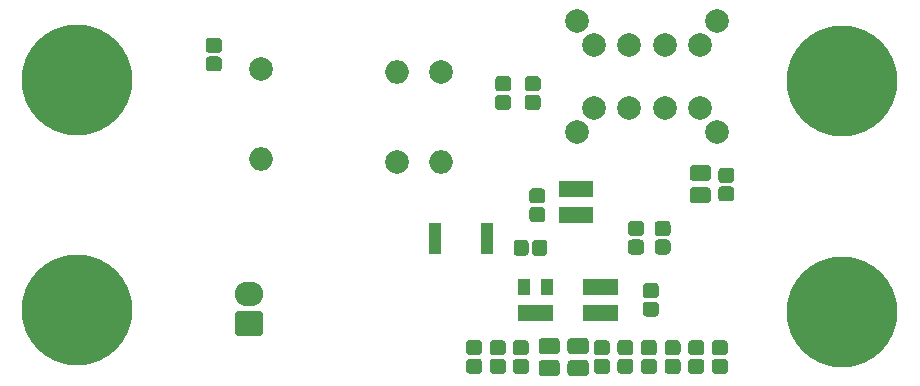
<source format=gts>
G04 #@! TF.GenerationSoftware,KiCad,Pcbnew,(5.1.4)-1*
G04 #@! TF.CreationDate,2019-09-05T18:56:40+02:00*
G04 #@! TF.ProjectId,currentscaler,63757272-656e-4747-9363-616c65722e6b,rev?*
G04 #@! TF.SameCoordinates,Original*
G04 #@! TF.FileFunction,Soldermask,Top*
G04 #@! TF.FilePolarity,Negative*
%FSLAX46Y46*%
G04 Gerber Fmt 4.6, Leading zero omitted, Abs format (unit mm)*
G04 Created by KiCad (PCBNEW (5.1.4)-1) date 2019-09-05 18:56:40*
%MOMM*%
%LPD*%
G04 APERTURE LIST*
%ADD10O,2.000000X2.000000*%
%ADD11C,2.000000*%
%ADD12O,2.400000X2.100000*%
%ADD13C,0.100000*%
%ADD14C,2.100000*%
%ADD15R,1.060000X0.760000*%
%ADD16C,1.275000*%
%ADD17C,1.375000*%
%ADD18C,9.400000*%
%ADD19R,1.050000X1.460000*%
G04 APERTURE END LIST*
D10*
X134250000Y-106370000D03*
D11*
X134250000Y-98750000D03*
D10*
X130500000Y-98730000D03*
D11*
X130500000Y-106350000D03*
D10*
X119000000Y-106120000D03*
D11*
X119000000Y-98500000D03*
D12*
X118000000Y-117500000D03*
D13*
G36*
X118921447Y-118951487D02*
G01*
X118951425Y-118955934D01*
X118980824Y-118963298D01*
X119009358Y-118973508D01*
X119036755Y-118986465D01*
X119062750Y-119002046D01*
X119087092Y-119020100D01*
X119109548Y-119040452D01*
X119129900Y-119062908D01*
X119147954Y-119087250D01*
X119163535Y-119113245D01*
X119176492Y-119140642D01*
X119186702Y-119169176D01*
X119194066Y-119198575D01*
X119198513Y-119228553D01*
X119200000Y-119258823D01*
X119200000Y-120741177D01*
X119198513Y-120771447D01*
X119194066Y-120801425D01*
X119186702Y-120830824D01*
X119176492Y-120859358D01*
X119163535Y-120886755D01*
X119147954Y-120912750D01*
X119129900Y-120937092D01*
X119109548Y-120959548D01*
X119087092Y-120979900D01*
X119062750Y-120997954D01*
X119036755Y-121013535D01*
X119009358Y-121026492D01*
X118980824Y-121036702D01*
X118951425Y-121044066D01*
X118921447Y-121048513D01*
X118891177Y-121050000D01*
X117108823Y-121050000D01*
X117078553Y-121048513D01*
X117048575Y-121044066D01*
X117019176Y-121036702D01*
X116990642Y-121026492D01*
X116963245Y-121013535D01*
X116937250Y-120997954D01*
X116912908Y-120979900D01*
X116890452Y-120959548D01*
X116870100Y-120937092D01*
X116852046Y-120912750D01*
X116836465Y-120886755D01*
X116823508Y-120859358D01*
X116813298Y-120830824D01*
X116805934Y-120801425D01*
X116801487Y-120771447D01*
X116800000Y-120741177D01*
X116800000Y-119258823D01*
X116801487Y-119228553D01*
X116805934Y-119198575D01*
X116813298Y-119169176D01*
X116823508Y-119140642D01*
X116836465Y-119113245D01*
X116852046Y-119087250D01*
X116870100Y-119062908D01*
X116890452Y-119040452D01*
X116912908Y-119020100D01*
X116937250Y-119002046D01*
X116963245Y-118986465D01*
X116990642Y-118973508D01*
X117019176Y-118963298D01*
X117048575Y-118955934D01*
X117078553Y-118951487D01*
X117108823Y-118950000D01*
X118891177Y-118950000D01*
X118921447Y-118951487D01*
X118921447Y-118951487D01*
G37*
D14*
X118000000Y-120000000D03*
D15*
X133714999Y-111850000D03*
X133714999Y-112500000D03*
X133714999Y-113800000D03*
X133714999Y-113145000D03*
X138164999Y-113155000D03*
X138164999Y-113810000D03*
X138164999Y-112510000D03*
X138164999Y-111860000D03*
D13*
G36*
X141374993Y-112926535D02*
G01*
X141405935Y-112931125D01*
X141436278Y-112938725D01*
X141465730Y-112949263D01*
X141494008Y-112962638D01*
X141520838Y-112978719D01*
X141545963Y-112997353D01*
X141569140Y-113018360D01*
X141590147Y-113041537D01*
X141608781Y-113066662D01*
X141624862Y-113093492D01*
X141638237Y-113121770D01*
X141648775Y-113151222D01*
X141656375Y-113181565D01*
X141660965Y-113212507D01*
X141662500Y-113243750D01*
X141662500Y-113956250D01*
X141660965Y-113987493D01*
X141656375Y-114018435D01*
X141648775Y-114048778D01*
X141638237Y-114078230D01*
X141624862Y-114106508D01*
X141608781Y-114133338D01*
X141590147Y-114158463D01*
X141569140Y-114181640D01*
X141545963Y-114202647D01*
X141520838Y-114221281D01*
X141494008Y-114237362D01*
X141465730Y-114250737D01*
X141436278Y-114261275D01*
X141405935Y-114268875D01*
X141374993Y-114273465D01*
X141343750Y-114275000D01*
X140706250Y-114275000D01*
X140675007Y-114273465D01*
X140644065Y-114268875D01*
X140613722Y-114261275D01*
X140584270Y-114250737D01*
X140555992Y-114237362D01*
X140529162Y-114221281D01*
X140504037Y-114202647D01*
X140480860Y-114181640D01*
X140459853Y-114158463D01*
X140441219Y-114133338D01*
X140425138Y-114106508D01*
X140411763Y-114078230D01*
X140401225Y-114048778D01*
X140393625Y-114018435D01*
X140389035Y-113987493D01*
X140387500Y-113956250D01*
X140387500Y-113243750D01*
X140389035Y-113212507D01*
X140393625Y-113181565D01*
X140401225Y-113151222D01*
X140411763Y-113121770D01*
X140425138Y-113093492D01*
X140441219Y-113066662D01*
X140459853Y-113041537D01*
X140480860Y-113018360D01*
X140504037Y-112997353D01*
X140529162Y-112978719D01*
X140555992Y-112962638D01*
X140584270Y-112949263D01*
X140613722Y-112938725D01*
X140644065Y-112931125D01*
X140675007Y-112926535D01*
X140706250Y-112925000D01*
X141343750Y-112925000D01*
X141374993Y-112926535D01*
X141374993Y-112926535D01*
G37*
D16*
X141025000Y-113600000D03*
D13*
G36*
X142949993Y-112926535D02*
G01*
X142980935Y-112931125D01*
X143011278Y-112938725D01*
X143040730Y-112949263D01*
X143069008Y-112962638D01*
X143095838Y-112978719D01*
X143120963Y-112997353D01*
X143144140Y-113018360D01*
X143165147Y-113041537D01*
X143183781Y-113066662D01*
X143199862Y-113093492D01*
X143213237Y-113121770D01*
X143223775Y-113151222D01*
X143231375Y-113181565D01*
X143235965Y-113212507D01*
X143237500Y-113243750D01*
X143237500Y-113956250D01*
X143235965Y-113987493D01*
X143231375Y-114018435D01*
X143223775Y-114048778D01*
X143213237Y-114078230D01*
X143199862Y-114106508D01*
X143183781Y-114133338D01*
X143165147Y-114158463D01*
X143144140Y-114181640D01*
X143120963Y-114202647D01*
X143095838Y-114221281D01*
X143069008Y-114237362D01*
X143040730Y-114250737D01*
X143011278Y-114261275D01*
X142980935Y-114268875D01*
X142949993Y-114273465D01*
X142918750Y-114275000D01*
X142281250Y-114275000D01*
X142250007Y-114273465D01*
X142219065Y-114268875D01*
X142188722Y-114261275D01*
X142159270Y-114250737D01*
X142130992Y-114237362D01*
X142104162Y-114221281D01*
X142079037Y-114202647D01*
X142055860Y-114181640D01*
X142034853Y-114158463D01*
X142016219Y-114133338D01*
X142000138Y-114106508D01*
X141986763Y-114078230D01*
X141976225Y-114048778D01*
X141968625Y-114018435D01*
X141964035Y-113987493D01*
X141962500Y-113956250D01*
X141962500Y-113243750D01*
X141964035Y-113212507D01*
X141968625Y-113181565D01*
X141976225Y-113151222D01*
X141986763Y-113121770D01*
X142000138Y-113093492D01*
X142016219Y-113066662D01*
X142034853Y-113041537D01*
X142055860Y-113018360D01*
X142079037Y-112997353D01*
X142104162Y-112978719D01*
X142130992Y-112962638D01*
X142159270Y-112949263D01*
X142188722Y-112938725D01*
X142219065Y-112931125D01*
X142250007Y-112926535D01*
X142281250Y-112925000D01*
X142918750Y-112925000D01*
X142949993Y-112926535D01*
X142949993Y-112926535D01*
G37*
D16*
X142600000Y-113600000D03*
D13*
G36*
X156789943Y-108464155D02*
G01*
X156823312Y-108469105D01*
X156856035Y-108477302D01*
X156887797Y-108488666D01*
X156918293Y-108503090D01*
X156947227Y-108520432D01*
X156974323Y-108540528D01*
X156999318Y-108563182D01*
X157021972Y-108588177D01*
X157042068Y-108615273D01*
X157059410Y-108644207D01*
X157073834Y-108674703D01*
X157085198Y-108706465D01*
X157093395Y-108739188D01*
X157098345Y-108772557D01*
X157100000Y-108806250D01*
X157100000Y-109493750D01*
X157098345Y-109527443D01*
X157093395Y-109560812D01*
X157085198Y-109593535D01*
X157073834Y-109625297D01*
X157059410Y-109655793D01*
X157042068Y-109684727D01*
X157021972Y-109711823D01*
X156999318Y-109736818D01*
X156974323Y-109759472D01*
X156947227Y-109779568D01*
X156918293Y-109796910D01*
X156887797Y-109811334D01*
X156856035Y-109822698D01*
X156823312Y-109830895D01*
X156789943Y-109835845D01*
X156756250Y-109837500D01*
X155643750Y-109837500D01*
X155610057Y-109835845D01*
X155576688Y-109830895D01*
X155543965Y-109822698D01*
X155512203Y-109811334D01*
X155481707Y-109796910D01*
X155452773Y-109779568D01*
X155425677Y-109759472D01*
X155400682Y-109736818D01*
X155378028Y-109711823D01*
X155357932Y-109684727D01*
X155340590Y-109655793D01*
X155326166Y-109625297D01*
X155314802Y-109593535D01*
X155306605Y-109560812D01*
X155301655Y-109527443D01*
X155300000Y-109493750D01*
X155300000Y-108806250D01*
X155301655Y-108772557D01*
X155306605Y-108739188D01*
X155314802Y-108706465D01*
X155326166Y-108674703D01*
X155340590Y-108644207D01*
X155357932Y-108615273D01*
X155378028Y-108588177D01*
X155400682Y-108563182D01*
X155425677Y-108540528D01*
X155452773Y-108520432D01*
X155481707Y-108503090D01*
X155512203Y-108488666D01*
X155543965Y-108477302D01*
X155576688Y-108469105D01*
X155610057Y-108464155D01*
X155643750Y-108462500D01*
X156756250Y-108462500D01*
X156789943Y-108464155D01*
X156789943Y-108464155D01*
G37*
D17*
X156200000Y-109150000D03*
D13*
G36*
X156789943Y-106589155D02*
G01*
X156823312Y-106594105D01*
X156856035Y-106602302D01*
X156887797Y-106613666D01*
X156918293Y-106628090D01*
X156947227Y-106645432D01*
X156974323Y-106665528D01*
X156999318Y-106688182D01*
X157021972Y-106713177D01*
X157042068Y-106740273D01*
X157059410Y-106769207D01*
X157073834Y-106799703D01*
X157085198Y-106831465D01*
X157093395Y-106864188D01*
X157098345Y-106897557D01*
X157100000Y-106931250D01*
X157100000Y-107618750D01*
X157098345Y-107652443D01*
X157093395Y-107685812D01*
X157085198Y-107718535D01*
X157073834Y-107750297D01*
X157059410Y-107780793D01*
X157042068Y-107809727D01*
X157021972Y-107836823D01*
X156999318Y-107861818D01*
X156974323Y-107884472D01*
X156947227Y-107904568D01*
X156918293Y-107921910D01*
X156887797Y-107936334D01*
X156856035Y-107947698D01*
X156823312Y-107955895D01*
X156789943Y-107960845D01*
X156756250Y-107962500D01*
X155643750Y-107962500D01*
X155610057Y-107960845D01*
X155576688Y-107955895D01*
X155543965Y-107947698D01*
X155512203Y-107936334D01*
X155481707Y-107921910D01*
X155452773Y-107904568D01*
X155425677Y-107884472D01*
X155400682Y-107861818D01*
X155378028Y-107836823D01*
X155357932Y-107809727D01*
X155340590Y-107780793D01*
X155326166Y-107750297D01*
X155314802Y-107718535D01*
X155306605Y-107685812D01*
X155301655Y-107652443D01*
X155300000Y-107618750D01*
X155300000Y-106931250D01*
X155301655Y-106897557D01*
X155306605Y-106864188D01*
X155314802Y-106831465D01*
X155326166Y-106799703D01*
X155340590Y-106769207D01*
X155357932Y-106740273D01*
X155378028Y-106713177D01*
X155400682Y-106688182D01*
X155425677Y-106665528D01*
X155452773Y-106645432D01*
X155481707Y-106628090D01*
X155512203Y-106613666D01*
X155543965Y-106602302D01*
X155576688Y-106594105D01*
X155610057Y-106589155D01*
X155643750Y-106587500D01*
X156756250Y-106587500D01*
X156789943Y-106589155D01*
X156789943Y-106589155D01*
G37*
D17*
X156200000Y-107275000D03*
D13*
G36*
X146439943Y-121226655D02*
G01*
X146473312Y-121231605D01*
X146506035Y-121239802D01*
X146537797Y-121251166D01*
X146568293Y-121265590D01*
X146597227Y-121282932D01*
X146624323Y-121303028D01*
X146649318Y-121325682D01*
X146671972Y-121350677D01*
X146692068Y-121377773D01*
X146709410Y-121406707D01*
X146723834Y-121437203D01*
X146735198Y-121468965D01*
X146743395Y-121501688D01*
X146748345Y-121535057D01*
X146750000Y-121568750D01*
X146750000Y-122256250D01*
X146748345Y-122289943D01*
X146743395Y-122323312D01*
X146735198Y-122356035D01*
X146723834Y-122387797D01*
X146709410Y-122418293D01*
X146692068Y-122447227D01*
X146671972Y-122474323D01*
X146649318Y-122499318D01*
X146624323Y-122521972D01*
X146597227Y-122542068D01*
X146568293Y-122559410D01*
X146537797Y-122573834D01*
X146506035Y-122585198D01*
X146473312Y-122593395D01*
X146439943Y-122598345D01*
X146406250Y-122600000D01*
X145293750Y-122600000D01*
X145260057Y-122598345D01*
X145226688Y-122593395D01*
X145193965Y-122585198D01*
X145162203Y-122573834D01*
X145131707Y-122559410D01*
X145102773Y-122542068D01*
X145075677Y-122521972D01*
X145050682Y-122499318D01*
X145028028Y-122474323D01*
X145007932Y-122447227D01*
X144990590Y-122418293D01*
X144976166Y-122387797D01*
X144964802Y-122356035D01*
X144956605Y-122323312D01*
X144951655Y-122289943D01*
X144950000Y-122256250D01*
X144950000Y-121568750D01*
X144951655Y-121535057D01*
X144956605Y-121501688D01*
X144964802Y-121468965D01*
X144976166Y-121437203D01*
X144990590Y-121406707D01*
X145007932Y-121377773D01*
X145028028Y-121350677D01*
X145050682Y-121325682D01*
X145075677Y-121303028D01*
X145102773Y-121282932D01*
X145131707Y-121265590D01*
X145162203Y-121251166D01*
X145193965Y-121239802D01*
X145226688Y-121231605D01*
X145260057Y-121226655D01*
X145293750Y-121225000D01*
X146406250Y-121225000D01*
X146439943Y-121226655D01*
X146439943Y-121226655D01*
G37*
D17*
X145850000Y-121912500D03*
D13*
G36*
X146439943Y-123101655D02*
G01*
X146473312Y-123106605D01*
X146506035Y-123114802D01*
X146537797Y-123126166D01*
X146568293Y-123140590D01*
X146597227Y-123157932D01*
X146624323Y-123178028D01*
X146649318Y-123200682D01*
X146671972Y-123225677D01*
X146692068Y-123252773D01*
X146709410Y-123281707D01*
X146723834Y-123312203D01*
X146735198Y-123343965D01*
X146743395Y-123376688D01*
X146748345Y-123410057D01*
X146750000Y-123443750D01*
X146750000Y-124131250D01*
X146748345Y-124164943D01*
X146743395Y-124198312D01*
X146735198Y-124231035D01*
X146723834Y-124262797D01*
X146709410Y-124293293D01*
X146692068Y-124322227D01*
X146671972Y-124349323D01*
X146649318Y-124374318D01*
X146624323Y-124396972D01*
X146597227Y-124417068D01*
X146568293Y-124434410D01*
X146537797Y-124448834D01*
X146506035Y-124460198D01*
X146473312Y-124468395D01*
X146439943Y-124473345D01*
X146406250Y-124475000D01*
X145293750Y-124475000D01*
X145260057Y-124473345D01*
X145226688Y-124468395D01*
X145193965Y-124460198D01*
X145162203Y-124448834D01*
X145131707Y-124434410D01*
X145102773Y-124417068D01*
X145075677Y-124396972D01*
X145050682Y-124374318D01*
X145028028Y-124349323D01*
X145007932Y-124322227D01*
X144990590Y-124293293D01*
X144976166Y-124262797D01*
X144964802Y-124231035D01*
X144956605Y-124198312D01*
X144951655Y-124164943D01*
X144950000Y-124131250D01*
X144950000Y-123443750D01*
X144951655Y-123410057D01*
X144956605Y-123376688D01*
X144964802Y-123343965D01*
X144976166Y-123312203D01*
X144990590Y-123281707D01*
X145007932Y-123252773D01*
X145028028Y-123225677D01*
X145050682Y-123200682D01*
X145075677Y-123178028D01*
X145102773Y-123157932D01*
X145131707Y-123140590D01*
X145162203Y-123126166D01*
X145193965Y-123114802D01*
X145226688Y-123106605D01*
X145260057Y-123101655D01*
X145293750Y-123100000D01*
X146406250Y-123100000D01*
X146439943Y-123101655D01*
X146439943Y-123101655D01*
G37*
D17*
X145850000Y-123787500D03*
D13*
G36*
X143989943Y-123101655D02*
G01*
X144023312Y-123106605D01*
X144056035Y-123114802D01*
X144087797Y-123126166D01*
X144118293Y-123140590D01*
X144147227Y-123157932D01*
X144174323Y-123178028D01*
X144199318Y-123200682D01*
X144221972Y-123225677D01*
X144242068Y-123252773D01*
X144259410Y-123281707D01*
X144273834Y-123312203D01*
X144285198Y-123343965D01*
X144293395Y-123376688D01*
X144298345Y-123410057D01*
X144300000Y-123443750D01*
X144300000Y-124131250D01*
X144298345Y-124164943D01*
X144293395Y-124198312D01*
X144285198Y-124231035D01*
X144273834Y-124262797D01*
X144259410Y-124293293D01*
X144242068Y-124322227D01*
X144221972Y-124349323D01*
X144199318Y-124374318D01*
X144174323Y-124396972D01*
X144147227Y-124417068D01*
X144118293Y-124434410D01*
X144087797Y-124448834D01*
X144056035Y-124460198D01*
X144023312Y-124468395D01*
X143989943Y-124473345D01*
X143956250Y-124475000D01*
X142843750Y-124475000D01*
X142810057Y-124473345D01*
X142776688Y-124468395D01*
X142743965Y-124460198D01*
X142712203Y-124448834D01*
X142681707Y-124434410D01*
X142652773Y-124417068D01*
X142625677Y-124396972D01*
X142600682Y-124374318D01*
X142578028Y-124349323D01*
X142557932Y-124322227D01*
X142540590Y-124293293D01*
X142526166Y-124262797D01*
X142514802Y-124231035D01*
X142506605Y-124198312D01*
X142501655Y-124164943D01*
X142500000Y-124131250D01*
X142500000Y-123443750D01*
X142501655Y-123410057D01*
X142506605Y-123376688D01*
X142514802Y-123343965D01*
X142526166Y-123312203D01*
X142540590Y-123281707D01*
X142557932Y-123252773D01*
X142578028Y-123225677D01*
X142600682Y-123200682D01*
X142625677Y-123178028D01*
X142652773Y-123157932D01*
X142681707Y-123140590D01*
X142712203Y-123126166D01*
X142743965Y-123114802D01*
X142776688Y-123106605D01*
X142810057Y-123101655D01*
X142843750Y-123100000D01*
X143956250Y-123100000D01*
X143989943Y-123101655D01*
X143989943Y-123101655D01*
G37*
D17*
X143400000Y-123787500D03*
D13*
G36*
X143989943Y-121226655D02*
G01*
X144023312Y-121231605D01*
X144056035Y-121239802D01*
X144087797Y-121251166D01*
X144118293Y-121265590D01*
X144147227Y-121282932D01*
X144174323Y-121303028D01*
X144199318Y-121325682D01*
X144221972Y-121350677D01*
X144242068Y-121377773D01*
X144259410Y-121406707D01*
X144273834Y-121437203D01*
X144285198Y-121468965D01*
X144293395Y-121501688D01*
X144298345Y-121535057D01*
X144300000Y-121568750D01*
X144300000Y-122256250D01*
X144298345Y-122289943D01*
X144293395Y-122323312D01*
X144285198Y-122356035D01*
X144273834Y-122387797D01*
X144259410Y-122418293D01*
X144242068Y-122447227D01*
X144221972Y-122474323D01*
X144199318Y-122499318D01*
X144174323Y-122521972D01*
X144147227Y-122542068D01*
X144118293Y-122559410D01*
X144087797Y-122573834D01*
X144056035Y-122585198D01*
X144023312Y-122593395D01*
X143989943Y-122598345D01*
X143956250Y-122600000D01*
X142843750Y-122600000D01*
X142810057Y-122598345D01*
X142776688Y-122593395D01*
X142743965Y-122585198D01*
X142712203Y-122573834D01*
X142681707Y-122559410D01*
X142652773Y-122542068D01*
X142625677Y-122521972D01*
X142600682Y-122499318D01*
X142578028Y-122474323D01*
X142557932Y-122447227D01*
X142540590Y-122418293D01*
X142526166Y-122387797D01*
X142514802Y-122356035D01*
X142506605Y-122323312D01*
X142501655Y-122289943D01*
X142500000Y-122256250D01*
X142500000Y-121568750D01*
X142501655Y-121535057D01*
X142506605Y-121501688D01*
X142514802Y-121468965D01*
X142526166Y-121437203D01*
X142540590Y-121406707D01*
X142557932Y-121377773D01*
X142578028Y-121350677D01*
X142600682Y-121325682D01*
X142625677Y-121303028D01*
X142652773Y-121282932D01*
X142681707Y-121265590D01*
X142712203Y-121251166D01*
X142743965Y-121239802D01*
X142776688Y-121231605D01*
X142810057Y-121226655D01*
X142843750Y-121225000D01*
X143956250Y-121225000D01*
X143989943Y-121226655D01*
X143989943Y-121226655D01*
G37*
D17*
X143400000Y-121912500D03*
D11*
X156200000Y-101750000D03*
X153200000Y-101750000D03*
X150200000Y-101750000D03*
X147200000Y-101750000D03*
X156200000Y-96450000D03*
X150200000Y-96450000D03*
X147200000Y-96450000D03*
X153200000Y-96450000D03*
X145800000Y-94400000D03*
X157600000Y-94400000D03*
X157600000Y-103800000D03*
X145800000Y-103800000D03*
D18*
X168230000Y-119000000D03*
X168230000Y-99500000D03*
X103460000Y-99390000D03*
X103460000Y-118890000D03*
D13*
G36*
X150237493Y-122989035D02*
G01*
X150268435Y-122993625D01*
X150298778Y-123001225D01*
X150328230Y-123011763D01*
X150356508Y-123025138D01*
X150383338Y-123041219D01*
X150408463Y-123059853D01*
X150431640Y-123080860D01*
X150452647Y-123104037D01*
X150471281Y-123129162D01*
X150487362Y-123155992D01*
X150500737Y-123184270D01*
X150511275Y-123213722D01*
X150518875Y-123244065D01*
X150523465Y-123275007D01*
X150525000Y-123306250D01*
X150525000Y-123943750D01*
X150523465Y-123974993D01*
X150518875Y-124005935D01*
X150511275Y-124036278D01*
X150500737Y-124065730D01*
X150487362Y-124094008D01*
X150471281Y-124120838D01*
X150452647Y-124145963D01*
X150431640Y-124169140D01*
X150408463Y-124190147D01*
X150383338Y-124208781D01*
X150356508Y-124224862D01*
X150328230Y-124238237D01*
X150298778Y-124248775D01*
X150268435Y-124256375D01*
X150237493Y-124260965D01*
X150206250Y-124262500D01*
X149493750Y-124262500D01*
X149462507Y-124260965D01*
X149431565Y-124256375D01*
X149401222Y-124248775D01*
X149371770Y-124238237D01*
X149343492Y-124224862D01*
X149316662Y-124208781D01*
X149291537Y-124190147D01*
X149268360Y-124169140D01*
X149247353Y-124145963D01*
X149228719Y-124120838D01*
X149212638Y-124094008D01*
X149199263Y-124065730D01*
X149188725Y-124036278D01*
X149181125Y-124005935D01*
X149176535Y-123974993D01*
X149175000Y-123943750D01*
X149175000Y-123306250D01*
X149176535Y-123275007D01*
X149181125Y-123244065D01*
X149188725Y-123213722D01*
X149199263Y-123184270D01*
X149212638Y-123155992D01*
X149228719Y-123129162D01*
X149247353Y-123104037D01*
X149268360Y-123080860D01*
X149291537Y-123059853D01*
X149316662Y-123041219D01*
X149343492Y-123025138D01*
X149371770Y-123011763D01*
X149401222Y-123001225D01*
X149431565Y-122993625D01*
X149462507Y-122989035D01*
X149493750Y-122987500D01*
X150206250Y-122987500D01*
X150237493Y-122989035D01*
X150237493Y-122989035D01*
G37*
D16*
X149850000Y-123625000D03*
D13*
G36*
X150237493Y-121414035D02*
G01*
X150268435Y-121418625D01*
X150298778Y-121426225D01*
X150328230Y-121436763D01*
X150356508Y-121450138D01*
X150383338Y-121466219D01*
X150408463Y-121484853D01*
X150431640Y-121505860D01*
X150452647Y-121529037D01*
X150471281Y-121554162D01*
X150487362Y-121580992D01*
X150500737Y-121609270D01*
X150511275Y-121638722D01*
X150518875Y-121669065D01*
X150523465Y-121700007D01*
X150525000Y-121731250D01*
X150525000Y-122368750D01*
X150523465Y-122399993D01*
X150518875Y-122430935D01*
X150511275Y-122461278D01*
X150500737Y-122490730D01*
X150487362Y-122519008D01*
X150471281Y-122545838D01*
X150452647Y-122570963D01*
X150431640Y-122594140D01*
X150408463Y-122615147D01*
X150383338Y-122633781D01*
X150356508Y-122649862D01*
X150328230Y-122663237D01*
X150298778Y-122673775D01*
X150268435Y-122681375D01*
X150237493Y-122685965D01*
X150206250Y-122687500D01*
X149493750Y-122687500D01*
X149462507Y-122685965D01*
X149431565Y-122681375D01*
X149401222Y-122673775D01*
X149371770Y-122663237D01*
X149343492Y-122649862D01*
X149316662Y-122633781D01*
X149291537Y-122615147D01*
X149268360Y-122594140D01*
X149247353Y-122570963D01*
X149228719Y-122545838D01*
X149212638Y-122519008D01*
X149199263Y-122490730D01*
X149188725Y-122461278D01*
X149181125Y-122430935D01*
X149176535Y-122399993D01*
X149175000Y-122368750D01*
X149175000Y-121731250D01*
X149176535Y-121700007D01*
X149181125Y-121669065D01*
X149188725Y-121638722D01*
X149199263Y-121609270D01*
X149212638Y-121580992D01*
X149228719Y-121554162D01*
X149247353Y-121529037D01*
X149268360Y-121505860D01*
X149291537Y-121484853D01*
X149316662Y-121466219D01*
X149343492Y-121450138D01*
X149371770Y-121436763D01*
X149401222Y-121426225D01*
X149431565Y-121418625D01*
X149462507Y-121414035D01*
X149493750Y-121412500D01*
X150206250Y-121412500D01*
X150237493Y-121414035D01*
X150237493Y-121414035D01*
G37*
D16*
X149850000Y-122050000D03*
D19*
X141300000Y-119100000D03*
X142250000Y-119100000D03*
X143200000Y-119100000D03*
X143200000Y-116900000D03*
X141300000Y-116900000D03*
X147750000Y-119100000D03*
X148700000Y-119100000D03*
X146800000Y-119100000D03*
X146800000Y-116900000D03*
X147750000Y-116900000D03*
X148700000Y-116900000D03*
X144700000Y-110850000D03*
X145650000Y-110850000D03*
X146600000Y-110850000D03*
X146600000Y-108650000D03*
X144700000Y-108650000D03*
X145650000Y-108650000D03*
D13*
G36*
X148237493Y-123001535D02*
G01*
X148268435Y-123006125D01*
X148298778Y-123013725D01*
X148328230Y-123024263D01*
X148356508Y-123037638D01*
X148383338Y-123053719D01*
X148408463Y-123072353D01*
X148431640Y-123093360D01*
X148452647Y-123116537D01*
X148471281Y-123141662D01*
X148487362Y-123168492D01*
X148500737Y-123196770D01*
X148511275Y-123226222D01*
X148518875Y-123256565D01*
X148523465Y-123287507D01*
X148525000Y-123318750D01*
X148525000Y-123956250D01*
X148523465Y-123987493D01*
X148518875Y-124018435D01*
X148511275Y-124048778D01*
X148500737Y-124078230D01*
X148487362Y-124106508D01*
X148471281Y-124133338D01*
X148452647Y-124158463D01*
X148431640Y-124181640D01*
X148408463Y-124202647D01*
X148383338Y-124221281D01*
X148356508Y-124237362D01*
X148328230Y-124250737D01*
X148298778Y-124261275D01*
X148268435Y-124268875D01*
X148237493Y-124273465D01*
X148206250Y-124275000D01*
X147493750Y-124275000D01*
X147462507Y-124273465D01*
X147431565Y-124268875D01*
X147401222Y-124261275D01*
X147371770Y-124250737D01*
X147343492Y-124237362D01*
X147316662Y-124221281D01*
X147291537Y-124202647D01*
X147268360Y-124181640D01*
X147247353Y-124158463D01*
X147228719Y-124133338D01*
X147212638Y-124106508D01*
X147199263Y-124078230D01*
X147188725Y-124048778D01*
X147181125Y-124018435D01*
X147176535Y-123987493D01*
X147175000Y-123956250D01*
X147175000Y-123318750D01*
X147176535Y-123287507D01*
X147181125Y-123256565D01*
X147188725Y-123226222D01*
X147199263Y-123196770D01*
X147212638Y-123168492D01*
X147228719Y-123141662D01*
X147247353Y-123116537D01*
X147268360Y-123093360D01*
X147291537Y-123072353D01*
X147316662Y-123053719D01*
X147343492Y-123037638D01*
X147371770Y-123024263D01*
X147401222Y-123013725D01*
X147431565Y-123006125D01*
X147462507Y-123001535D01*
X147493750Y-123000000D01*
X148206250Y-123000000D01*
X148237493Y-123001535D01*
X148237493Y-123001535D01*
G37*
D16*
X147850000Y-123637500D03*
D13*
G36*
X148237493Y-121426535D02*
G01*
X148268435Y-121431125D01*
X148298778Y-121438725D01*
X148328230Y-121449263D01*
X148356508Y-121462638D01*
X148383338Y-121478719D01*
X148408463Y-121497353D01*
X148431640Y-121518360D01*
X148452647Y-121541537D01*
X148471281Y-121566662D01*
X148487362Y-121593492D01*
X148500737Y-121621770D01*
X148511275Y-121651222D01*
X148518875Y-121681565D01*
X148523465Y-121712507D01*
X148525000Y-121743750D01*
X148525000Y-122381250D01*
X148523465Y-122412493D01*
X148518875Y-122443435D01*
X148511275Y-122473778D01*
X148500737Y-122503230D01*
X148487362Y-122531508D01*
X148471281Y-122558338D01*
X148452647Y-122583463D01*
X148431640Y-122606640D01*
X148408463Y-122627647D01*
X148383338Y-122646281D01*
X148356508Y-122662362D01*
X148328230Y-122675737D01*
X148298778Y-122686275D01*
X148268435Y-122693875D01*
X148237493Y-122698465D01*
X148206250Y-122700000D01*
X147493750Y-122700000D01*
X147462507Y-122698465D01*
X147431565Y-122693875D01*
X147401222Y-122686275D01*
X147371770Y-122675737D01*
X147343492Y-122662362D01*
X147316662Y-122646281D01*
X147291537Y-122627647D01*
X147268360Y-122606640D01*
X147247353Y-122583463D01*
X147228719Y-122558338D01*
X147212638Y-122531508D01*
X147199263Y-122503230D01*
X147188725Y-122473778D01*
X147181125Y-122443435D01*
X147176535Y-122412493D01*
X147175000Y-122381250D01*
X147175000Y-121743750D01*
X147176535Y-121712507D01*
X147181125Y-121681565D01*
X147188725Y-121651222D01*
X147199263Y-121621770D01*
X147212638Y-121593492D01*
X147228719Y-121566662D01*
X147247353Y-121541537D01*
X147268360Y-121518360D01*
X147291537Y-121497353D01*
X147316662Y-121478719D01*
X147343492Y-121462638D01*
X147371770Y-121449263D01*
X147401222Y-121438725D01*
X147431565Y-121431125D01*
X147462507Y-121426535D01*
X147493750Y-121425000D01*
X148206250Y-121425000D01*
X148237493Y-121426535D01*
X148237493Y-121426535D01*
G37*
D16*
X147850000Y-122062500D03*
D13*
G36*
X151137493Y-111326535D02*
G01*
X151168435Y-111331125D01*
X151198778Y-111338725D01*
X151228230Y-111349263D01*
X151256508Y-111362638D01*
X151283338Y-111378719D01*
X151308463Y-111397353D01*
X151331640Y-111418360D01*
X151352647Y-111441537D01*
X151371281Y-111466662D01*
X151387362Y-111493492D01*
X151400737Y-111521770D01*
X151411275Y-111551222D01*
X151418875Y-111581565D01*
X151423465Y-111612507D01*
X151425000Y-111643750D01*
X151425000Y-112281250D01*
X151423465Y-112312493D01*
X151418875Y-112343435D01*
X151411275Y-112373778D01*
X151400737Y-112403230D01*
X151387362Y-112431508D01*
X151371281Y-112458338D01*
X151352647Y-112483463D01*
X151331640Y-112506640D01*
X151308463Y-112527647D01*
X151283338Y-112546281D01*
X151256508Y-112562362D01*
X151228230Y-112575737D01*
X151198778Y-112586275D01*
X151168435Y-112593875D01*
X151137493Y-112598465D01*
X151106250Y-112600000D01*
X150393750Y-112600000D01*
X150362507Y-112598465D01*
X150331565Y-112593875D01*
X150301222Y-112586275D01*
X150271770Y-112575737D01*
X150243492Y-112562362D01*
X150216662Y-112546281D01*
X150191537Y-112527647D01*
X150168360Y-112506640D01*
X150147353Y-112483463D01*
X150128719Y-112458338D01*
X150112638Y-112431508D01*
X150099263Y-112403230D01*
X150088725Y-112373778D01*
X150081125Y-112343435D01*
X150076535Y-112312493D01*
X150075000Y-112281250D01*
X150075000Y-111643750D01*
X150076535Y-111612507D01*
X150081125Y-111581565D01*
X150088725Y-111551222D01*
X150099263Y-111521770D01*
X150112638Y-111493492D01*
X150128719Y-111466662D01*
X150147353Y-111441537D01*
X150168360Y-111418360D01*
X150191537Y-111397353D01*
X150216662Y-111378719D01*
X150243492Y-111362638D01*
X150271770Y-111349263D01*
X150301222Y-111338725D01*
X150331565Y-111331125D01*
X150362507Y-111326535D01*
X150393750Y-111325000D01*
X151106250Y-111325000D01*
X151137493Y-111326535D01*
X151137493Y-111326535D01*
G37*
D16*
X150750000Y-111962500D03*
D13*
G36*
X151137493Y-112901535D02*
G01*
X151168435Y-112906125D01*
X151198778Y-112913725D01*
X151228230Y-112924263D01*
X151256508Y-112937638D01*
X151283338Y-112953719D01*
X151308463Y-112972353D01*
X151331640Y-112993360D01*
X151352647Y-113016537D01*
X151371281Y-113041662D01*
X151387362Y-113068492D01*
X151400737Y-113096770D01*
X151411275Y-113126222D01*
X151418875Y-113156565D01*
X151423465Y-113187507D01*
X151425000Y-113218750D01*
X151425000Y-113856250D01*
X151423465Y-113887493D01*
X151418875Y-113918435D01*
X151411275Y-113948778D01*
X151400737Y-113978230D01*
X151387362Y-114006508D01*
X151371281Y-114033338D01*
X151352647Y-114058463D01*
X151331640Y-114081640D01*
X151308463Y-114102647D01*
X151283338Y-114121281D01*
X151256508Y-114137362D01*
X151228230Y-114150737D01*
X151198778Y-114161275D01*
X151168435Y-114168875D01*
X151137493Y-114173465D01*
X151106250Y-114175000D01*
X150393750Y-114175000D01*
X150362507Y-114173465D01*
X150331565Y-114168875D01*
X150301222Y-114161275D01*
X150271770Y-114150737D01*
X150243492Y-114137362D01*
X150216662Y-114121281D01*
X150191537Y-114102647D01*
X150168360Y-114081640D01*
X150147353Y-114058463D01*
X150128719Y-114033338D01*
X150112638Y-114006508D01*
X150099263Y-113978230D01*
X150088725Y-113948778D01*
X150081125Y-113918435D01*
X150076535Y-113887493D01*
X150075000Y-113856250D01*
X150075000Y-113218750D01*
X150076535Y-113187507D01*
X150081125Y-113156565D01*
X150088725Y-113126222D01*
X150099263Y-113096770D01*
X150112638Y-113068492D01*
X150128719Y-113041662D01*
X150147353Y-113016537D01*
X150168360Y-112993360D01*
X150191537Y-112972353D01*
X150216662Y-112953719D01*
X150243492Y-112937638D01*
X150271770Y-112924263D01*
X150301222Y-112913725D01*
X150331565Y-112906125D01*
X150362507Y-112901535D01*
X150393750Y-112900000D01*
X151106250Y-112900000D01*
X151137493Y-112901535D01*
X151137493Y-112901535D01*
G37*
D16*
X150750000Y-113537500D03*
D13*
G36*
X139887493Y-99076535D02*
G01*
X139918435Y-99081125D01*
X139948778Y-99088725D01*
X139978230Y-99099263D01*
X140006508Y-99112638D01*
X140033338Y-99128719D01*
X140058463Y-99147353D01*
X140081640Y-99168360D01*
X140102647Y-99191537D01*
X140121281Y-99216662D01*
X140137362Y-99243492D01*
X140150737Y-99271770D01*
X140161275Y-99301222D01*
X140168875Y-99331565D01*
X140173465Y-99362507D01*
X140175000Y-99393750D01*
X140175000Y-100031250D01*
X140173465Y-100062493D01*
X140168875Y-100093435D01*
X140161275Y-100123778D01*
X140150737Y-100153230D01*
X140137362Y-100181508D01*
X140121281Y-100208338D01*
X140102647Y-100233463D01*
X140081640Y-100256640D01*
X140058463Y-100277647D01*
X140033338Y-100296281D01*
X140006508Y-100312362D01*
X139978230Y-100325737D01*
X139948778Y-100336275D01*
X139918435Y-100343875D01*
X139887493Y-100348465D01*
X139856250Y-100350000D01*
X139143750Y-100350000D01*
X139112507Y-100348465D01*
X139081565Y-100343875D01*
X139051222Y-100336275D01*
X139021770Y-100325737D01*
X138993492Y-100312362D01*
X138966662Y-100296281D01*
X138941537Y-100277647D01*
X138918360Y-100256640D01*
X138897353Y-100233463D01*
X138878719Y-100208338D01*
X138862638Y-100181508D01*
X138849263Y-100153230D01*
X138838725Y-100123778D01*
X138831125Y-100093435D01*
X138826535Y-100062493D01*
X138825000Y-100031250D01*
X138825000Y-99393750D01*
X138826535Y-99362507D01*
X138831125Y-99331565D01*
X138838725Y-99301222D01*
X138849263Y-99271770D01*
X138862638Y-99243492D01*
X138878719Y-99216662D01*
X138897353Y-99191537D01*
X138918360Y-99168360D01*
X138941537Y-99147353D01*
X138966662Y-99128719D01*
X138993492Y-99112638D01*
X139021770Y-99099263D01*
X139051222Y-99088725D01*
X139081565Y-99081125D01*
X139112507Y-99076535D01*
X139143750Y-99075000D01*
X139856250Y-99075000D01*
X139887493Y-99076535D01*
X139887493Y-99076535D01*
G37*
D16*
X139500000Y-99712500D03*
D13*
G36*
X139887493Y-100651535D02*
G01*
X139918435Y-100656125D01*
X139948778Y-100663725D01*
X139978230Y-100674263D01*
X140006508Y-100687638D01*
X140033338Y-100703719D01*
X140058463Y-100722353D01*
X140081640Y-100743360D01*
X140102647Y-100766537D01*
X140121281Y-100791662D01*
X140137362Y-100818492D01*
X140150737Y-100846770D01*
X140161275Y-100876222D01*
X140168875Y-100906565D01*
X140173465Y-100937507D01*
X140175000Y-100968750D01*
X140175000Y-101606250D01*
X140173465Y-101637493D01*
X140168875Y-101668435D01*
X140161275Y-101698778D01*
X140150737Y-101728230D01*
X140137362Y-101756508D01*
X140121281Y-101783338D01*
X140102647Y-101808463D01*
X140081640Y-101831640D01*
X140058463Y-101852647D01*
X140033338Y-101871281D01*
X140006508Y-101887362D01*
X139978230Y-101900737D01*
X139948778Y-101911275D01*
X139918435Y-101918875D01*
X139887493Y-101923465D01*
X139856250Y-101925000D01*
X139143750Y-101925000D01*
X139112507Y-101923465D01*
X139081565Y-101918875D01*
X139051222Y-101911275D01*
X139021770Y-101900737D01*
X138993492Y-101887362D01*
X138966662Y-101871281D01*
X138941537Y-101852647D01*
X138918360Y-101831640D01*
X138897353Y-101808463D01*
X138878719Y-101783338D01*
X138862638Y-101756508D01*
X138849263Y-101728230D01*
X138838725Y-101698778D01*
X138831125Y-101668435D01*
X138826535Y-101637493D01*
X138825000Y-101606250D01*
X138825000Y-100968750D01*
X138826535Y-100937507D01*
X138831125Y-100906565D01*
X138838725Y-100876222D01*
X138849263Y-100846770D01*
X138862638Y-100818492D01*
X138878719Y-100791662D01*
X138897353Y-100766537D01*
X138918360Y-100743360D01*
X138941537Y-100722353D01*
X138966662Y-100703719D01*
X138993492Y-100687638D01*
X139021770Y-100674263D01*
X139051222Y-100663725D01*
X139081565Y-100656125D01*
X139112507Y-100651535D01*
X139143750Y-100650000D01*
X139856250Y-100650000D01*
X139887493Y-100651535D01*
X139887493Y-100651535D01*
G37*
D16*
X139500000Y-101287500D03*
D13*
G36*
X152237493Y-123001535D02*
G01*
X152268435Y-123006125D01*
X152298778Y-123013725D01*
X152328230Y-123024263D01*
X152356508Y-123037638D01*
X152383338Y-123053719D01*
X152408463Y-123072353D01*
X152431640Y-123093360D01*
X152452647Y-123116537D01*
X152471281Y-123141662D01*
X152487362Y-123168492D01*
X152500737Y-123196770D01*
X152511275Y-123226222D01*
X152518875Y-123256565D01*
X152523465Y-123287507D01*
X152525000Y-123318750D01*
X152525000Y-123956250D01*
X152523465Y-123987493D01*
X152518875Y-124018435D01*
X152511275Y-124048778D01*
X152500737Y-124078230D01*
X152487362Y-124106508D01*
X152471281Y-124133338D01*
X152452647Y-124158463D01*
X152431640Y-124181640D01*
X152408463Y-124202647D01*
X152383338Y-124221281D01*
X152356508Y-124237362D01*
X152328230Y-124250737D01*
X152298778Y-124261275D01*
X152268435Y-124268875D01*
X152237493Y-124273465D01*
X152206250Y-124275000D01*
X151493750Y-124275000D01*
X151462507Y-124273465D01*
X151431565Y-124268875D01*
X151401222Y-124261275D01*
X151371770Y-124250737D01*
X151343492Y-124237362D01*
X151316662Y-124221281D01*
X151291537Y-124202647D01*
X151268360Y-124181640D01*
X151247353Y-124158463D01*
X151228719Y-124133338D01*
X151212638Y-124106508D01*
X151199263Y-124078230D01*
X151188725Y-124048778D01*
X151181125Y-124018435D01*
X151176535Y-123987493D01*
X151175000Y-123956250D01*
X151175000Y-123318750D01*
X151176535Y-123287507D01*
X151181125Y-123256565D01*
X151188725Y-123226222D01*
X151199263Y-123196770D01*
X151212638Y-123168492D01*
X151228719Y-123141662D01*
X151247353Y-123116537D01*
X151268360Y-123093360D01*
X151291537Y-123072353D01*
X151316662Y-123053719D01*
X151343492Y-123037638D01*
X151371770Y-123024263D01*
X151401222Y-123013725D01*
X151431565Y-123006125D01*
X151462507Y-123001535D01*
X151493750Y-123000000D01*
X152206250Y-123000000D01*
X152237493Y-123001535D01*
X152237493Y-123001535D01*
G37*
D16*
X151850000Y-123637500D03*
D13*
G36*
X152237493Y-121426535D02*
G01*
X152268435Y-121431125D01*
X152298778Y-121438725D01*
X152328230Y-121449263D01*
X152356508Y-121462638D01*
X152383338Y-121478719D01*
X152408463Y-121497353D01*
X152431640Y-121518360D01*
X152452647Y-121541537D01*
X152471281Y-121566662D01*
X152487362Y-121593492D01*
X152500737Y-121621770D01*
X152511275Y-121651222D01*
X152518875Y-121681565D01*
X152523465Y-121712507D01*
X152525000Y-121743750D01*
X152525000Y-122381250D01*
X152523465Y-122412493D01*
X152518875Y-122443435D01*
X152511275Y-122473778D01*
X152500737Y-122503230D01*
X152487362Y-122531508D01*
X152471281Y-122558338D01*
X152452647Y-122583463D01*
X152431640Y-122606640D01*
X152408463Y-122627647D01*
X152383338Y-122646281D01*
X152356508Y-122662362D01*
X152328230Y-122675737D01*
X152298778Y-122686275D01*
X152268435Y-122693875D01*
X152237493Y-122698465D01*
X152206250Y-122700000D01*
X151493750Y-122700000D01*
X151462507Y-122698465D01*
X151431565Y-122693875D01*
X151401222Y-122686275D01*
X151371770Y-122675737D01*
X151343492Y-122662362D01*
X151316662Y-122646281D01*
X151291537Y-122627647D01*
X151268360Y-122606640D01*
X151247353Y-122583463D01*
X151228719Y-122558338D01*
X151212638Y-122531508D01*
X151199263Y-122503230D01*
X151188725Y-122473778D01*
X151181125Y-122443435D01*
X151176535Y-122412493D01*
X151175000Y-122381250D01*
X151175000Y-121743750D01*
X151176535Y-121712507D01*
X151181125Y-121681565D01*
X151188725Y-121651222D01*
X151199263Y-121621770D01*
X151212638Y-121593492D01*
X151228719Y-121566662D01*
X151247353Y-121541537D01*
X151268360Y-121518360D01*
X151291537Y-121497353D01*
X151316662Y-121478719D01*
X151343492Y-121462638D01*
X151371770Y-121449263D01*
X151401222Y-121438725D01*
X151431565Y-121431125D01*
X151462507Y-121426535D01*
X151493750Y-121425000D01*
X152206250Y-121425000D01*
X152237493Y-121426535D01*
X152237493Y-121426535D01*
G37*
D16*
X151850000Y-122062500D03*
D13*
G36*
X142387493Y-99076535D02*
G01*
X142418435Y-99081125D01*
X142448778Y-99088725D01*
X142478230Y-99099263D01*
X142506508Y-99112638D01*
X142533338Y-99128719D01*
X142558463Y-99147353D01*
X142581640Y-99168360D01*
X142602647Y-99191537D01*
X142621281Y-99216662D01*
X142637362Y-99243492D01*
X142650737Y-99271770D01*
X142661275Y-99301222D01*
X142668875Y-99331565D01*
X142673465Y-99362507D01*
X142675000Y-99393750D01*
X142675000Y-100031250D01*
X142673465Y-100062493D01*
X142668875Y-100093435D01*
X142661275Y-100123778D01*
X142650737Y-100153230D01*
X142637362Y-100181508D01*
X142621281Y-100208338D01*
X142602647Y-100233463D01*
X142581640Y-100256640D01*
X142558463Y-100277647D01*
X142533338Y-100296281D01*
X142506508Y-100312362D01*
X142478230Y-100325737D01*
X142448778Y-100336275D01*
X142418435Y-100343875D01*
X142387493Y-100348465D01*
X142356250Y-100350000D01*
X141643750Y-100350000D01*
X141612507Y-100348465D01*
X141581565Y-100343875D01*
X141551222Y-100336275D01*
X141521770Y-100325737D01*
X141493492Y-100312362D01*
X141466662Y-100296281D01*
X141441537Y-100277647D01*
X141418360Y-100256640D01*
X141397353Y-100233463D01*
X141378719Y-100208338D01*
X141362638Y-100181508D01*
X141349263Y-100153230D01*
X141338725Y-100123778D01*
X141331125Y-100093435D01*
X141326535Y-100062493D01*
X141325000Y-100031250D01*
X141325000Y-99393750D01*
X141326535Y-99362507D01*
X141331125Y-99331565D01*
X141338725Y-99301222D01*
X141349263Y-99271770D01*
X141362638Y-99243492D01*
X141378719Y-99216662D01*
X141397353Y-99191537D01*
X141418360Y-99168360D01*
X141441537Y-99147353D01*
X141466662Y-99128719D01*
X141493492Y-99112638D01*
X141521770Y-99099263D01*
X141551222Y-99088725D01*
X141581565Y-99081125D01*
X141612507Y-99076535D01*
X141643750Y-99075000D01*
X142356250Y-99075000D01*
X142387493Y-99076535D01*
X142387493Y-99076535D01*
G37*
D16*
X142000000Y-99712500D03*
D13*
G36*
X142387493Y-100651535D02*
G01*
X142418435Y-100656125D01*
X142448778Y-100663725D01*
X142478230Y-100674263D01*
X142506508Y-100687638D01*
X142533338Y-100703719D01*
X142558463Y-100722353D01*
X142581640Y-100743360D01*
X142602647Y-100766537D01*
X142621281Y-100791662D01*
X142637362Y-100818492D01*
X142650737Y-100846770D01*
X142661275Y-100876222D01*
X142668875Y-100906565D01*
X142673465Y-100937507D01*
X142675000Y-100968750D01*
X142675000Y-101606250D01*
X142673465Y-101637493D01*
X142668875Y-101668435D01*
X142661275Y-101698778D01*
X142650737Y-101728230D01*
X142637362Y-101756508D01*
X142621281Y-101783338D01*
X142602647Y-101808463D01*
X142581640Y-101831640D01*
X142558463Y-101852647D01*
X142533338Y-101871281D01*
X142506508Y-101887362D01*
X142478230Y-101900737D01*
X142448778Y-101911275D01*
X142418435Y-101918875D01*
X142387493Y-101923465D01*
X142356250Y-101925000D01*
X141643750Y-101925000D01*
X141612507Y-101923465D01*
X141581565Y-101918875D01*
X141551222Y-101911275D01*
X141521770Y-101900737D01*
X141493492Y-101887362D01*
X141466662Y-101871281D01*
X141441537Y-101852647D01*
X141418360Y-101831640D01*
X141397353Y-101808463D01*
X141378719Y-101783338D01*
X141362638Y-101756508D01*
X141349263Y-101728230D01*
X141338725Y-101698778D01*
X141331125Y-101668435D01*
X141326535Y-101637493D01*
X141325000Y-101606250D01*
X141325000Y-100968750D01*
X141326535Y-100937507D01*
X141331125Y-100906565D01*
X141338725Y-100876222D01*
X141349263Y-100846770D01*
X141362638Y-100818492D01*
X141378719Y-100791662D01*
X141397353Y-100766537D01*
X141418360Y-100743360D01*
X141441537Y-100722353D01*
X141466662Y-100703719D01*
X141493492Y-100687638D01*
X141521770Y-100674263D01*
X141551222Y-100663725D01*
X141581565Y-100656125D01*
X141612507Y-100651535D01*
X141643750Y-100650000D01*
X142356250Y-100650000D01*
X142387493Y-100651535D01*
X142387493Y-100651535D01*
G37*
D16*
X142000000Y-101287500D03*
D13*
G36*
X154237493Y-123001535D02*
G01*
X154268435Y-123006125D01*
X154298778Y-123013725D01*
X154328230Y-123024263D01*
X154356508Y-123037638D01*
X154383338Y-123053719D01*
X154408463Y-123072353D01*
X154431640Y-123093360D01*
X154452647Y-123116537D01*
X154471281Y-123141662D01*
X154487362Y-123168492D01*
X154500737Y-123196770D01*
X154511275Y-123226222D01*
X154518875Y-123256565D01*
X154523465Y-123287507D01*
X154525000Y-123318750D01*
X154525000Y-123956250D01*
X154523465Y-123987493D01*
X154518875Y-124018435D01*
X154511275Y-124048778D01*
X154500737Y-124078230D01*
X154487362Y-124106508D01*
X154471281Y-124133338D01*
X154452647Y-124158463D01*
X154431640Y-124181640D01*
X154408463Y-124202647D01*
X154383338Y-124221281D01*
X154356508Y-124237362D01*
X154328230Y-124250737D01*
X154298778Y-124261275D01*
X154268435Y-124268875D01*
X154237493Y-124273465D01*
X154206250Y-124275000D01*
X153493750Y-124275000D01*
X153462507Y-124273465D01*
X153431565Y-124268875D01*
X153401222Y-124261275D01*
X153371770Y-124250737D01*
X153343492Y-124237362D01*
X153316662Y-124221281D01*
X153291537Y-124202647D01*
X153268360Y-124181640D01*
X153247353Y-124158463D01*
X153228719Y-124133338D01*
X153212638Y-124106508D01*
X153199263Y-124078230D01*
X153188725Y-124048778D01*
X153181125Y-124018435D01*
X153176535Y-123987493D01*
X153175000Y-123956250D01*
X153175000Y-123318750D01*
X153176535Y-123287507D01*
X153181125Y-123256565D01*
X153188725Y-123226222D01*
X153199263Y-123196770D01*
X153212638Y-123168492D01*
X153228719Y-123141662D01*
X153247353Y-123116537D01*
X153268360Y-123093360D01*
X153291537Y-123072353D01*
X153316662Y-123053719D01*
X153343492Y-123037638D01*
X153371770Y-123024263D01*
X153401222Y-123013725D01*
X153431565Y-123006125D01*
X153462507Y-123001535D01*
X153493750Y-123000000D01*
X154206250Y-123000000D01*
X154237493Y-123001535D01*
X154237493Y-123001535D01*
G37*
D16*
X153850000Y-123637500D03*
D13*
G36*
X154237493Y-121426535D02*
G01*
X154268435Y-121431125D01*
X154298778Y-121438725D01*
X154328230Y-121449263D01*
X154356508Y-121462638D01*
X154383338Y-121478719D01*
X154408463Y-121497353D01*
X154431640Y-121518360D01*
X154452647Y-121541537D01*
X154471281Y-121566662D01*
X154487362Y-121593492D01*
X154500737Y-121621770D01*
X154511275Y-121651222D01*
X154518875Y-121681565D01*
X154523465Y-121712507D01*
X154525000Y-121743750D01*
X154525000Y-122381250D01*
X154523465Y-122412493D01*
X154518875Y-122443435D01*
X154511275Y-122473778D01*
X154500737Y-122503230D01*
X154487362Y-122531508D01*
X154471281Y-122558338D01*
X154452647Y-122583463D01*
X154431640Y-122606640D01*
X154408463Y-122627647D01*
X154383338Y-122646281D01*
X154356508Y-122662362D01*
X154328230Y-122675737D01*
X154298778Y-122686275D01*
X154268435Y-122693875D01*
X154237493Y-122698465D01*
X154206250Y-122700000D01*
X153493750Y-122700000D01*
X153462507Y-122698465D01*
X153431565Y-122693875D01*
X153401222Y-122686275D01*
X153371770Y-122675737D01*
X153343492Y-122662362D01*
X153316662Y-122646281D01*
X153291537Y-122627647D01*
X153268360Y-122606640D01*
X153247353Y-122583463D01*
X153228719Y-122558338D01*
X153212638Y-122531508D01*
X153199263Y-122503230D01*
X153188725Y-122473778D01*
X153181125Y-122443435D01*
X153176535Y-122412493D01*
X153175000Y-122381250D01*
X153175000Y-121743750D01*
X153176535Y-121712507D01*
X153181125Y-121681565D01*
X153188725Y-121651222D01*
X153199263Y-121621770D01*
X153212638Y-121593492D01*
X153228719Y-121566662D01*
X153247353Y-121541537D01*
X153268360Y-121518360D01*
X153291537Y-121497353D01*
X153316662Y-121478719D01*
X153343492Y-121462638D01*
X153371770Y-121449263D01*
X153401222Y-121438725D01*
X153431565Y-121431125D01*
X153462507Y-121426535D01*
X153493750Y-121425000D01*
X154206250Y-121425000D01*
X154237493Y-121426535D01*
X154237493Y-121426535D01*
G37*
D16*
X153850000Y-122062500D03*
D13*
G36*
X141387493Y-123001535D02*
G01*
X141418435Y-123006125D01*
X141448778Y-123013725D01*
X141478230Y-123024263D01*
X141506508Y-123037638D01*
X141533338Y-123053719D01*
X141558463Y-123072353D01*
X141581640Y-123093360D01*
X141602647Y-123116537D01*
X141621281Y-123141662D01*
X141637362Y-123168492D01*
X141650737Y-123196770D01*
X141661275Y-123226222D01*
X141668875Y-123256565D01*
X141673465Y-123287507D01*
X141675000Y-123318750D01*
X141675000Y-123956250D01*
X141673465Y-123987493D01*
X141668875Y-124018435D01*
X141661275Y-124048778D01*
X141650737Y-124078230D01*
X141637362Y-124106508D01*
X141621281Y-124133338D01*
X141602647Y-124158463D01*
X141581640Y-124181640D01*
X141558463Y-124202647D01*
X141533338Y-124221281D01*
X141506508Y-124237362D01*
X141478230Y-124250737D01*
X141448778Y-124261275D01*
X141418435Y-124268875D01*
X141387493Y-124273465D01*
X141356250Y-124275000D01*
X140643750Y-124275000D01*
X140612507Y-124273465D01*
X140581565Y-124268875D01*
X140551222Y-124261275D01*
X140521770Y-124250737D01*
X140493492Y-124237362D01*
X140466662Y-124221281D01*
X140441537Y-124202647D01*
X140418360Y-124181640D01*
X140397353Y-124158463D01*
X140378719Y-124133338D01*
X140362638Y-124106508D01*
X140349263Y-124078230D01*
X140338725Y-124048778D01*
X140331125Y-124018435D01*
X140326535Y-123987493D01*
X140325000Y-123956250D01*
X140325000Y-123318750D01*
X140326535Y-123287507D01*
X140331125Y-123256565D01*
X140338725Y-123226222D01*
X140349263Y-123196770D01*
X140362638Y-123168492D01*
X140378719Y-123141662D01*
X140397353Y-123116537D01*
X140418360Y-123093360D01*
X140441537Y-123072353D01*
X140466662Y-123053719D01*
X140493492Y-123037638D01*
X140521770Y-123024263D01*
X140551222Y-123013725D01*
X140581565Y-123006125D01*
X140612507Y-123001535D01*
X140643750Y-123000000D01*
X141356250Y-123000000D01*
X141387493Y-123001535D01*
X141387493Y-123001535D01*
G37*
D16*
X141000000Y-123637500D03*
D13*
G36*
X141387493Y-121426535D02*
G01*
X141418435Y-121431125D01*
X141448778Y-121438725D01*
X141478230Y-121449263D01*
X141506508Y-121462638D01*
X141533338Y-121478719D01*
X141558463Y-121497353D01*
X141581640Y-121518360D01*
X141602647Y-121541537D01*
X141621281Y-121566662D01*
X141637362Y-121593492D01*
X141650737Y-121621770D01*
X141661275Y-121651222D01*
X141668875Y-121681565D01*
X141673465Y-121712507D01*
X141675000Y-121743750D01*
X141675000Y-122381250D01*
X141673465Y-122412493D01*
X141668875Y-122443435D01*
X141661275Y-122473778D01*
X141650737Y-122503230D01*
X141637362Y-122531508D01*
X141621281Y-122558338D01*
X141602647Y-122583463D01*
X141581640Y-122606640D01*
X141558463Y-122627647D01*
X141533338Y-122646281D01*
X141506508Y-122662362D01*
X141478230Y-122675737D01*
X141448778Y-122686275D01*
X141418435Y-122693875D01*
X141387493Y-122698465D01*
X141356250Y-122700000D01*
X140643750Y-122700000D01*
X140612507Y-122698465D01*
X140581565Y-122693875D01*
X140551222Y-122686275D01*
X140521770Y-122675737D01*
X140493492Y-122662362D01*
X140466662Y-122646281D01*
X140441537Y-122627647D01*
X140418360Y-122606640D01*
X140397353Y-122583463D01*
X140378719Y-122558338D01*
X140362638Y-122531508D01*
X140349263Y-122503230D01*
X140338725Y-122473778D01*
X140331125Y-122443435D01*
X140326535Y-122412493D01*
X140325000Y-122381250D01*
X140325000Y-121743750D01*
X140326535Y-121712507D01*
X140331125Y-121681565D01*
X140338725Y-121651222D01*
X140349263Y-121621770D01*
X140362638Y-121593492D01*
X140378719Y-121566662D01*
X140397353Y-121541537D01*
X140418360Y-121518360D01*
X140441537Y-121497353D01*
X140466662Y-121478719D01*
X140493492Y-121462638D01*
X140521770Y-121449263D01*
X140551222Y-121438725D01*
X140581565Y-121431125D01*
X140612507Y-121426535D01*
X140643750Y-121425000D01*
X141356250Y-121425000D01*
X141387493Y-121426535D01*
X141387493Y-121426535D01*
G37*
D16*
X141000000Y-122062500D03*
D13*
G36*
X139437493Y-123001535D02*
G01*
X139468435Y-123006125D01*
X139498778Y-123013725D01*
X139528230Y-123024263D01*
X139556508Y-123037638D01*
X139583338Y-123053719D01*
X139608463Y-123072353D01*
X139631640Y-123093360D01*
X139652647Y-123116537D01*
X139671281Y-123141662D01*
X139687362Y-123168492D01*
X139700737Y-123196770D01*
X139711275Y-123226222D01*
X139718875Y-123256565D01*
X139723465Y-123287507D01*
X139725000Y-123318750D01*
X139725000Y-123956250D01*
X139723465Y-123987493D01*
X139718875Y-124018435D01*
X139711275Y-124048778D01*
X139700737Y-124078230D01*
X139687362Y-124106508D01*
X139671281Y-124133338D01*
X139652647Y-124158463D01*
X139631640Y-124181640D01*
X139608463Y-124202647D01*
X139583338Y-124221281D01*
X139556508Y-124237362D01*
X139528230Y-124250737D01*
X139498778Y-124261275D01*
X139468435Y-124268875D01*
X139437493Y-124273465D01*
X139406250Y-124275000D01*
X138693750Y-124275000D01*
X138662507Y-124273465D01*
X138631565Y-124268875D01*
X138601222Y-124261275D01*
X138571770Y-124250737D01*
X138543492Y-124237362D01*
X138516662Y-124221281D01*
X138491537Y-124202647D01*
X138468360Y-124181640D01*
X138447353Y-124158463D01*
X138428719Y-124133338D01*
X138412638Y-124106508D01*
X138399263Y-124078230D01*
X138388725Y-124048778D01*
X138381125Y-124018435D01*
X138376535Y-123987493D01*
X138375000Y-123956250D01*
X138375000Y-123318750D01*
X138376535Y-123287507D01*
X138381125Y-123256565D01*
X138388725Y-123226222D01*
X138399263Y-123196770D01*
X138412638Y-123168492D01*
X138428719Y-123141662D01*
X138447353Y-123116537D01*
X138468360Y-123093360D01*
X138491537Y-123072353D01*
X138516662Y-123053719D01*
X138543492Y-123037638D01*
X138571770Y-123024263D01*
X138601222Y-123013725D01*
X138631565Y-123006125D01*
X138662507Y-123001535D01*
X138693750Y-123000000D01*
X139406250Y-123000000D01*
X139437493Y-123001535D01*
X139437493Y-123001535D01*
G37*
D16*
X139050000Y-123637500D03*
D13*
G36*
X139437493Y-121426535D02*
G01*
X139468435Y-121431125D01*
X139498778Y-121438725D01*
X139528230Y-121449263D01*
X139556508Y-121462638D01*
X139583338Y-121478719D01*
X139608463Y-121497353D01*
X139631640Y-121518360D01*
X139652647Y-121541537D01*
X139671281Y-121566662D01*
X139687362Y-121593492D01*
X139700737Y-121621770D01*
X139711275Y-121651222D01*
X139718875Y-121681565D01*
X139723465Y-121712507D01*
X139725000Y-121743750D01*
X139725000Y-122381250D01*
X139723465Y-122412493D01*
X139718875Y-122443435D01*
X139711275Y-122473778D01*
X139700737Y-122503230D01*
X139687362Y-122531508D01*
X139671281Y-122558338D01*
X139652647Y-122583463D01*
X139631640Y-122606640D01*
X139608463Y-122627647D01*
X139583338Y-122646281D01*
X139556508Y-122662362D01*
X139528230Y-122675737D01*
X139498778Y-122686275D01*
X139468435Y-122693875D01*
X139437493Y-122698465D01*
X139406250Y-122700000D01*
X138693750Y-122700000D01*
X138662507Y-122698465D01*
X138631565Y-122693875D01*
X138601222Y-122686275D01*
X138571770Y-122675737D01*
X138543492Y-122662362D01*
X138516662Y-122646281D01*
X138491537Y-122627647D01*
X138468360Y-122606640D01*
X138447353Y-122583463D01*
X138428719Y-122558338D01*
X138412638Y-122531508D01*
X138399263Y-122503230D01*
X138388725Y-122473778D01*
X138381125Y-122443435D01*
X138376535Y-122412493D01*
X138375000Y-122381250D01*
X138375000Y-121743750D01*
X138376535Y-121712507D01*
X138381125Y-121681565D01*
X138388725Y-121651222D01*
X138399263Y-121621770D01*
X138412638Y-121593492D01*
X138428719Y-121566662D01*
X138447353Y-121541537D01*
X138468360Y-121518360D01*
X138491537Y-121497353D01*
X138516662Y-121478719D01*
X138543492Y-121462638D01*
X138571770Y-121449263D01*
X138601222Y-121438725D01*
X138631565Y-121431125D01*
X138662507Y-121426535D01*
X138693750Y-121425000D01*
X139406250Y-121425000D01*
X139437493Y-121426535D01*
X139437493Y-121426535D01*
G37*
D16*
X139050000Y-122062500D03*
D13*
G36*
X115387493Y-95826535D02*
G01*
X115418435Y-95831125D01*
X115448778Y-95838725D01*
X115478230Y-95849263D01*
X115506508Y-95862638D01*
X115533338Y-95878719D01*
X115558463Y-95897353D01*
X115581640Y-95918360D01*
X115602647Y-95941537D01*
X115621281Y-95966662D01*
X115637362Y-95993492D01*
X115650737Y-96021770D01*
X115661275Y-96051222D01*
X115668875Y-96081565D01*
X115673465Y-96112507D01*
X115675000Y-96143750D01*
X115675000Y-96781250D01*
X115673465Y-96812493D01*
X115668875Y-96843435D01*
X115661275Y-96873778D01*
X115650737Y-96903230D01*
X115637362Y-96931508D01*
X115621281Y-96958338D01*
X115602647Y-96983463D01*
X115581640Y-97006640D01*
X115558463Y-97027647D01*
X115533338Y-97046281D01*
X115506508Y-97062362D01*
X115478230Y-97075737D01*
X115448778Y-97086275D01*
X115418435Y-97093875D01*
X115387493Y-97098465D01*
X115356250Y-97100000D01*
X114643750Y-97100000D01*
X114612507Y-97098465D01*
X114581565Y-97093875D01*
X114551222Y-97086275D01*
X114521770Y-97075737D01*
X114493492Y-97062362D01*
X114466662Y-97046281D01*
X114441537Y-97027647D01*
X114418360Y-97006640D01*
X114397353Y-96983463D01*
X114378719Y-96958338D01*
X114362638Y-96931508D01*
X114349263Y-96903230D01*
X114338725Y-96873778D01*
X114331125Y-96843435D01*
X114326535Y-96812493D01*
X114325000Y-96781250D01*
X114325000Y-96143750D01*
X114326535Y-96112507D01*
X114331125Y-96081565D01*
X114338725Y-96051222D01*
X114349263Y-96021770D01*
X114362638Y-95993492D01*
X114378719Y-95966662D01*
X114397353Y-95941537D01*
X114418360Y-95918360D01*
X114441537Y-95897353D01*
X114466662Y-95878719D01*
X114493492Y-95862638D01*
X114521770Y-95849263D01*
X114551222Y-95838725D01*
X114581565Y-95831125D01*
X114612507Y-95826535D01*
X114643750Y-95825000D01*
X115356250Y-95825000D01*
X115387493Y-95826535D01*
X115387493Y-95826535D01*
G37*
D16*
X115000000Y-96462500D03*
D13*
G36*
X115387493Y-97401535D02*
G01*
X115418435Y-97406125D01*
X115448778Y-97413725D01*
X115478230Y-97424263D01*
X115506508Y-97437638D01*
X115533338Y-97453719D01*
X115558463Y-97472353D01*
X115581640Y-97493360D01*
X115602647Y-97516537D01*
X115621281Y-97541662D01*
X115637362Y-97568492D01*
X115650737Y-97596770D01*
X115661275Y-97626222D01*
X115668875Y-97656565D01*
X115673465Y-97687507D01*
X115675000Y-97718750D01*
X115675000Y-98356250D01*
X115673465Y-98387493D01*
X115668875Y-98418435D01*
X115661275Y-98448778D01*
X115650737Y-98478230D01*
X115637362Y-98506508D01*
X115621281Y-98533338D01*
X115602647Y-98558463D01*
X115581640Y-98581640D01*
X115558463Y-98602647D01*
X115533338Y-98621281D01*
X115506508Y-98637362D01*
X115478230Y-98650737D01*
X115448778Y-98661275D01*
X115418435Y-98668875D01*
X115387493Y-98673465D01*
X115356250Y-98675000D01*
X114643750Y-98675000D01*
X114612507Y-98673465D01*
X114581565Y-98668875D01*
X114551222Y-98661275D01*
X114521770Y-98650737D01*
X114493492Y-98637362D01*
X114466662Y-98621281D01*
X114441537Y-98602647D01*
X114418360Y-98581640D01*
X114397353Y-98558463D01*
X114378719Y-98533338D01*
X114362638Y-98506508D01*
X114349263Y-98478230D01*
X114338725Y-98448778D01*
X114331125Y-98418435D01*
X114326535Y-98387493D01*
X114325000Y-98356250D01*
X114325000Y-97718750D01*
X114326535Y-97687507D01*
X114331125Y-97656565D01*
X114338725Y-97626222D01*
X114349263Y-97596770D01*
X114362638Y-97568492D01*
X114378719Y-97541662D01*
X114397353Y-97516537D01*
X114418360Y-97493360D01*
X114441537Y-97472353D01*
X114466662Y-97453719D01*
X114493492Y-97437638D01*
X114521770Y-97424263D01*
X114551222Y-97413725D01*
X114581565Y-97406125D01*
X114612507Y-97401535D01*
X114643750Y-97400000D01*
X115356250Y-97400000D01*
X115387493Y-97401535D01*
X115387493Y-97401535D01*
G37*
D16*
X115000000Y-98037500D03*
D13*
G36*
X153387493Y-112901535D02*
G01*
X153418435Y-112906125D01*
X153448778Y-112913725D01*
X153478230Y-112924263D01*
X153506508Y-112937638D01*
X153533338Y-112953719D01*
X153558463Y-112972353D01*
X153581640Y-112993360D01*
X153602647Y-113016537D01*
X153621281Y-113041662D01*
X153637362Y-113068492D01*
X153650737Y-113096770D01*
X153661275Y-113126222D01*
X153668875Y-113156565D01*
X153673465Y-113187507D01*
X153675000Y-113218750D01*
X153675000Y-113856250D01*
X153673465Y-113887493D01*
X153668875Y-113918435D01*
X153661275Y-113948778D01*
X153650737Y-113978230D01*
X153637362Y-114006508D01*
X153621281Y-114033338D01*
X153602647Y-114058463D01*
X153581640Y-114081640D01*
X153558463Y-114102647D01*
X153533338Y-114121281D01*
X153506508Y-114137362D01*
X153478230Y-114150737D01*
X153448778Y-114161275D01*
X153418435Y-114168875D01*
X153387493Y-114173465D01*
X153356250Y-114175000D01*
X152643750Y-114175000D01*
X152612507Y-114173465D01*
X152581565Y-114168875D01*
X152551222Y-114161275D01*
X152521770Y-114150737D01*
X152493492Y-114137362D01*
X152466662Y-114121281D01*
X152441537Y-114102647D01*
X152418360Y-114081640D01*
X152397353Y-114058463D01*
X152378719Y-114033338D01*
X152362638Y-114006508D01*
X152349263Y-113978230D01*
X152338725Y-113948778D01*
X152331125Y-113918435D01*
X152326535Y-113887493D01*
X152325000Y-113856250D01*
X152325000Y-113218750D01*
X152326535Y-113187507D01*
X152331125Y-113156565D01*
X152338725Y-113126222D01*
X152349263Y-113096770D01*
X152362638Y-113068492D01*
X152378719Y-113041662D01*
X152397353Y-113016537D01*
X152418360Y-112993360D01*
X152441537Y-112972353D01*
X152466662Y-112953719D01*
X152493492Y-112937638D01*
X152521770Y-112924263D01*
X152551222Y-112913725D01*
X152581565Y-112906125D01*
X152612507Y-112901535D01*
X152643750Y-112900000D01*
X153356250Y-112900000D01*
X153387493Y-112901535D01*
X153387493Y-112901535D01*
G37*
D16*
X153000000Y-113537500D03*
D13*
G36*
X153387493Y-111326535D02*
G01*
X153418435Y-111331125D01*
X153448778Y-111338725D01*
X153478230Y-111349263D01*
X153506508Y-111362638D01*
X153533338Y-111378719D01*
X153558463Y-111397353D01*
X153581640Y-111418360D01*
X153602647Y-111441537D01*
X153621281Y-111466662D01*
X153637362Y-111493492D01*
X153650737Y-111521770D01*
X153661275Y-111551222D01*
X153668875Y-111581565D01*
X153673465Y-111612507D01*
X153675000Y-111643750D01*
X153675000Y-112281250D01*
X153673465Y-112312493D01*
X153668875Y-112343435D01*
X153661275Y-112373778D01*
X153650737Y-112403230D01*
X153637362Y-112431508D01*
X153621281Y-112458338D01*
X153602647Y-112483463D01*
X153581640Y-112506640D01*
X153558463Y-112527647D01*
X153533338Y-112546281D01*
X153506508Y-112562362D01*
X153478230Y-112575737D01*
X153448778Y-112586275D01*
X153418435Y-112593875D01*
X153387493Y-112598465D01*
X153356250Y-112600000D01*
X152643750Y-112600000D01*
X152612507Y-112598465D01*
X152581565Y-112593875D01*
X152551222Y-112586275D01*
X152521770Y-112575737D01*
X152493492Y-112562362D01*
X152466662Y-112546281D01*
X152441537Y-112527647D01*
X152418360Y-112506640D01*
X152397353Y-112483463D01*
X152378719Y-112458338D01*
X152362638Y-112431508D01*
X152349263Y-112403230D01*
X152338725Y-112373778D01*
X152331125Y-112343435D01*
X152326535Y-112312493D01*
X152325000Y-112281250D01*
X152325000Y-111643750D01*
X152326535Y-111612507D01*
X152331125Y-111581565D01*
X152338725Y-111551222D01*
X152349263Y-111521770D01*
X152362638Y-111493492D01*
X152378719Y-111466662D01*
X152397353Y-111441537D01*
X152418360Y-111418360D01*
X152441537Y-111397353D01*
X152466662Y-111378719D01*
X152493492Y-111362638D01*
X152521770Y-111349263D01*
X152551222Y-111338725D01*
X152581565Y-111331125D01*
X152612507Y-111326535D01*
X152643750Y-111325000D01*
X153356250Y-111325000D01*
X153387493Y-111326535D01*
X153387493Y-111326535D01*
G37*
D16*
X153000000Y-111962500D03*
D13*
G36*
X158787493Y-108401535D02*
G01*
X158818435Y-108406125D01*
X158848778Y-108413725D01*
X158878230Y-108424263D01*
X158906508Y-108437638D01*
X158933338Y-108453719D01*
X158958463Y-108472353D01*
X158981640Y-108493360D01*
X159002647Y-108516537D01*
X159021281Y-108541662D01*
X159037362Y-108568492D01*
X159050737Y-108596770D01*
X159061275Y-108626222D01*
X159068875Y-108656565D01*
X159073465Y-108687507D01*
X159075000Y-108718750D01*
X159075000Y-109356250D01*
X159073465Y-109387493D01*
X159068875Y-109418435D01*
X159061275Y-109448778D01*
X159050737Y-109478230D01*
X159037362Y-109506508D01*
X159021281Y-109533338D01*
X159002647Y-109558463D01*
X158981640Y-109581640D01*
X158958463Y-109602647D01*
X158933338Y-109621281D01*
X158906508Y-109637362D01*
X158878230Y-109650737D01*
X158848778Y-109661275D01*
X158818435Y-109668875D01*
X158787493Y-109673465D01*
X158756250Y-109675000D01*
X158043750Y-109675000D01*
X158012507Y-109673465D01*
X157981565Y-109668875D01*
X157951222Y-109661275D01*
X157921770Y-109650737D01*
X157893492Y-109637362D01*
X157866662Y-109621281D01*
X157841537Y-109602647D01*
X157818360Y-109581640D01*
X157797353Y-109558463D01*
X157778719Y-109533338D01*
X157762638Y-109506508D01*
X157749263Y-109478230D01*
X157738725Y-109448778D01*
X157731125Y-109418435D01*
X157726535Y-109387493D01*
X157725000Y-109356250D01*
X157725000Y-108718750D01*
X157726535Y-108687507D01*
X157731125Y-108656565D01*
X157738725Y-108626222D01*
X157749263Y-108596770D01*
X157762638Y-108568492D01*
X157778719Y-108541662D01*
X157797353Y-108516537D01*
X157818360Y-108493360D01*
X157841537Y-108472353D01*
X157866662Y-108453719D01*
X157893492Y-108437638D01*
X157921770Y-108424263D01*
X157951222Y-108413725D01*
X157981565Y-108406125D01*
X158012507Y-108401535D01*
X158043750Y-108400000D01*
X158756250Y-108400000D01*
X158787493Y-108401535D01*
X158787493Y-108401535D01*
G37*
D16*
X158400000Y-109037500D03*
D13*
G36*
X158787493Y-106826535D02*
G01*
X158818435Y-106831125D01*
X158848778Y-106838725D01*
X158878230Y-106849263D01*
X158906508Y-106862638D01*
X158933338Y-106878719D01*
X158958463Y-106897353D01*
X158981640Y-106918360D01*
X159002647Y-106941537D01*
X159021281Y-106966662D01*
X159037362Y-106993492D01*
X159050737Y-107021770D01*
X159061275Y-107051222D01*
X159068875Y-107081565D01*
X159073465Y-107112507D01*
X159075000Y-107143750D01*
X159075000Y-107781250D01*
X159073465Y-107812493D01*
X159068875Y-107843435D01*
X159061275Y-107873778D01*
X159050737Y-107903230D01*
X159037362Y-107931508D01*
X159021281Y-107958338D01*
X159002647Y-107983463D01*
X158981640Y-108006640D01*
X158958463Y-108027647D01*
X158933338Y-108046281D01*
X158906508Y-108062362D01*
X158878230Y-108075737D01*
X158848778Y-108086275D01*
X158818435Y-108093875D01*
X158787493Y-108098465D01*
X158756250Y-108100000D01*
X158043750Y-108100000D01*
X158012507Y-108098465D01*
X157981565Y-108093875D01*
X157951222Y-108086275D01*
X157921770Y-108075737D01*
X157893492Y-108062362D01*
X157866662Y-108046281D01*
X157841537Y-108027647D01*
X157818360Y-108006640D01*
X157797353Y-107983463D01*
X157778719Y-107958338D01*
X157762638Y-107931508D01*
X157749263Y-107903230D01*
X157738725Y-107873778D01*
X157731125Y-107843435D01*
X157726535Y-107812493D01*
X157725000Y-107781250D01*
X157725000Y-107143750D01*
X157726535Y-107112507D01*
X157731125Y-107081565D01*
X157738725Y-107051222D01*
X157749263Y-107021770D01*
X157762638Y-106993492D01*
X157778719Y-106966662D01*
X157797353Y-106941537D01*
X157818360Y-106918360D01*
X157841537Y-106897353D01*
X157866662Y-106878719D01*
X157893492Y-106862638D01*
X157921770Y-106849263D01*
X157951222Y-106838725D01*
X157981565Y-106831125D01*
X158012507Y-106826535D01*
X158043750Y-106825000D01*
X158756250Y-106825000D01*
X158787493Y-106826535D01*
X158787493Y-106826535D01*
G37*
D16*
X158400000Y-107462500D03*
D13*
G36*
X158237493Y-121426535D02*
G01*
X158268435Y-121431125D01*
X158298778Y-121438725D01*
X158328230Y-121449263D01*
X158356508Y-121462638D01*
X158383338Y-121478719D01*
X158408463Y-121497353D01*
X158431640Y-121518360D01*
X158452647Y-121541537D01*
X158471281Y-121566662D01*
X158487362Y-121593492D01*
X158500737Y-121621770D01*
X158511275Y-121651222D01*
X158518875Y-121681565D01*
X158523465Y-121712507D01*
X158525000Y-121743750D01*
X158525000Y-122381250D01*
X158523465Y-122412493D01*
X158518875Y-122443435D01*
X158511275Y-122473778D01*
X158500737Y-122503230D01*
X158487362Y-122531508D01*
X158471281Y-122558338D01*
X158452647Y-122583463D01*
X158431640Y-122606640D01*
X158408463Y-122627647D01*
X158383338Y-122646281D01*
X158356508Y-122662362D01*
X158328230Y-122675737D01*
X158298778Y-122686275D01*
X158268435Y-122693875D01*
X158237493Y-122698465D01*
X158206250Y-122700000D01*
X157493750Y-122700000D01*
X157462507Y-122698465D01*
X157431565Y-122693875D01*
X157401222Y-122686275D01*
X157371770Y-122675737D01*
X157343492Y-122662362D01*
X157316662Y-122646281D01*
X157291537Y-122627647D01*
X157268360Y-122606640D01*
X157247353Y-122583463D01*
X157228719Y-122558338D01*
X157212638Y-122531508D01*
X157199263Y-122503230D01*
X157188725Y-122473778D01*
X157181125Y-122443435D01*
X157176535Y-122412493D01*
X157175000Y-122381250D01*
X157175000Y-121743750D01*
X157176535Y-121712507D01*
X157181125Y-121681565D01*
X157188725Y-121651222D01*
X157199263Y-121621770D01*
X157212638Y-121593492D01*
X157228719Y-121566662D01*
X157247353Y-121541537D01*
X157268360Y-121518360D01*
X157291537Y-121497353D01*
X157316662Y-121478719D01*
X157343492Y-121462638D01*
X157371770Y-121449263D01*
X157401222Y-121438725D01*
X157431565Y-121431125D01*
X157462507Y-121426535D01*
X157493750Y-121425000D01*
X158206250Y-121425000D01*
X158237493Y-121426535D01*
X158237493Y-121426535D01*
G37*
D16*
X157850000Y-122062500D03*
D13*
G36*
X158237493Y-123001535D02*
G01*
X158268435Y-123006125D01*
X158298778Y-123013725D01*
X158328230Y-123024263D01*
X158356508Y-123037638D01*
X158383338Y-123053719D01*
X158408463Y-123072353D01*
X158431640Y-123093360D01*
X158452647Y-123116537D01*
X158471281Y-123141662D01*
X158487362Y-123168492D01*
X158500737Y-123196770D01*
X158511275Y-123226222D01*
X158518875Y-123256565D01*
X158523465Y-123287507D01*
X158525000Y-123318750D01*
X158525000Y-123956250D01*
X158523465Y-123987493D01*
X158518875Y-124018435D01*
X158511275Y-124048778D01*
X158500737Y-124078230D01*
X158487362Y-124106508D01*
X158471281Y-124133338D01*
X158452647Y-124158463D01*
X158431640Y-124181640D01*
X158408463Y-124202647D01*
X158383338Y-124221281D01*
X158356508Y-124237362D01*
X158328230Y-124250737D01*
X158298778Y-124261275D01*
X158268435Y-124268875D01*
X158237493Y-124273465D01*
X158206250Y-124275000D01*
X157493750Y-124275000D01*
X157462507Y-124273465D01*
X157431565Y-124268875D01*
X157401222Y-124261275D01*
X157371770Y-124250737D01*
X157343492Y-124237362D01*
X157316662Y-124221281D01*
X157291537Y-124202647D01*
X157268360Y-124181640D01*
X157247353Y-124158463D01*
X157228719Y-124133338D01*
X157212638Y-124106508D01*
X157199263Y-124078230D01*
X157188725Y-124048778D01*
X157181125Y-124018435D01*
X157176535Y-123987493D01*
X157175000Y-123956250D01*
X157175000Y-123318750D01*
X157176535Y-123287507D01*
X157181125Y-123256565D01*
X157188725Y-123226222D01*
X157199263Y-123196770D01*
X157212638Y-123168492D01*
X157228719Y-123141662D01*
X157247353Y-123116537D01*
X157268360Y-123093360D01*
X157291537Y-123072353D01*
X157316662Y-123053719D01*
X157343492Y-123037638D01*
X157371770Y-123024263D01*
X157401222Y-123013725D01*
X157431565Y-123006125D01*
X157462507Y-123001535D01*
X157493750Y-123000000D01*
X158206250Y-123000000D01*
X158237493Y-123001535D01*
X158237493Y-123001535D01*
G37*
D16*
X157850000Y-123637500D03*
D13*
G36*
X152387493Y-118151535D02*
G01*
X152418435Y-118156125D01*
X152448778Y-118163725D01*
X152478230Y-118174263D01*
X152506508Y-118187638D01*
X152533338Y-118203719D01*
X152558463Y-118222353D01*
X152581640Y-118243360D01*
X152602647Y-118266537D01*
X152621281Y-118291662D01*
X152637362Y-118318492D01*
X152650737Y-118346770D01*
X152661275Y-118376222D01*
X152668875Y-118406565D01*
X152673465Y-118437507D01*
X152675000Y-118468750D01*
X152675000Y-119106250D01*
X152673465Y-119137493D01*
X152668875Y-119168435D01*
X152661275Y-119198778D01*
X152650737Y-119228230D01*
X152637362Y-119256508D01*
X152621281Y-119283338D01*
X152602647Y-119308463D01*
X152581640Y-119331640D01*
X152558463Y-119352647D01*
X152533338Y-119371281D01*
X152506508Y-119387362D01*
X152478230Y-119400737D01*
X152448778Y-119411275D01*
X152418435Y-119418875D01*
X152387493Y-119423465D01*
X152356250Y-119425000D01*
X151643750Y-119425000D01*
X151612507Y-119423465D01*
X151581565Y-119418875D01*
X151551222Y-119411275D01*
X151521770Y-119400737D01*
X151493492Y-119387362D01*
X151466662Y-119371281D01*
X151441537Y-119352647D01*
X151418360Y-119331640D01*
X151397353Y-119308463D01*
X151378719Y-119283338D01*
X151362638Y-119256508D01*
X151349263Y-119228230D01*
X151338725Y-119198778D01*
X151331125Y-119168435D01*
X151326535Y-119137493D01*
X151325000Y-119106250D01*
X151325000Y-118468750D01*
X151326535Y-118437507D01*
X151331125Y-118406565D01*
X151338725Y-118376222D01*
X151349263Y-118346770D01*
X151362638Y-118318492D01*
X151378719Y-118291662D01*
X151397353Y-118266537D01*
X151418360Y-118243360D01*
X151441537Y-118222353D01*
X151466662Y-118203719D01*
X151493492Y-118187638D01*
X151521770Y-118174263D01*
X151551222Y-118163725D01*
X151581565Y-118156125D01*
X151612507Y-118151535D01*
X151643750Y-118150000D01*
X152356250Y-118150000D01*
X152387493Y-118151535D01*
X152387493Y-118151535D01*
G37*
D16*
X152000000Y-118787500D03*
D13*
G36*
X152387493Y-116576535D02*
G01*
X152418435Y-116581125D01*
X152448778Y-116588725D01*
X152478230Y-116599263D01*
X152506508Y-116612638D01*
X152533338Y-116628719D01*
X152558463Y-116647353D01*
X152581640Y-116668360D01*
X152602647Y-116691537D01*
X152621281Y-116716662D01*
X152637362Y-116743492D01*
X152650737Y-116771770D01*
X152661275Y-116801222D01*
X152668875Y-116831565D01*
X152673465Y-116862507D01*
X152675000Y-116893750D01*
X152675000Y-117531250D01*
X152673465Y-117562493D01*
X152668875Y-117593435D01*
X152661275Y-117623778D01*
X152650737Y-117653230D01*
X152637362Y-117681508D01*
X152621281Y-117708338D01*
X152602647Y-117733463D01*
X152581640Y-117756640D01*
X152558463Y-117777647D01*
X152533338Y-117796281D01*
X152506508Y-117812362D01*
X152478230Y-117825737D01*
X152448778Y-117836275D01*
X152418435Y-117843875D01*
X152387493Y-117848465D01*
X152356250Y-117850000D01*
X151643750Y-117850000D01*
X151612507Y-117848465D01*
X151581565Y-117843875D01*
X151551222Y-117836275D01*
X151521770Y-117825737D01*
X151493492Y-117812362D01*
X151466662Y-117796281D01*
X151441537Y-117777647D01*
X151418360Y-117756640D01*
X151397353Y-117733463D01*
X151378719Y-117708338D01*
X151362638Y-117681508D01*
X151349263Y-117653230D01*
X151338725Y-117623778D01*
X151331125Y-117593435D01*
X151326535Y-117562493D01*
X151325000Y-117531250D01*
X151325000Y-116893750D01*
X151326535Y-116862507D01*
X151331125Y-116831565D01*
X151338725Y-116801222D01*
X151349263Y-116771770D01*
X151362638Y-116743492D01*
X151378719Y-116716662D01*
X151397353Y-116691537D01*
X151418360Y-116668360D01*
X151441537Y-116647353D01*
X151466662Y-116628719D01*
X151493492Y-116612638D01*
X151521770Y-116599263D01*
X151551222Y-116588725D01*
X151581565Y-116581125D01*
X151612507Y-116576535D01*
X151643750Y-116575000D01*
X152356250Y-116575000D01*
X152387493Y-116576535D01*
X152387493Y-116576535D01*
G37*
D16*
X152000000Y-117212500D03*
D13*
G36*
X156237493Y-121426535D02*
G01*
X156268435Y-121431125D01*
X156298778Y-121438725D01*
X156328230Y-121449263D01*
X156356508Y-121462638D01*
X156383338Y-121478719D01*
X156408463Y-121497353D01*
X156431640Y-121518360D01*
X156452647Y-121541537D01*
X156471281Y-121566662D01*
X156487362Y-121593492D01*
X156500737Y-121621770D01*
X156511275Y-121651222D01*
X156518875Y-121681565D01*
X156523465Y-121712507D01*
X156525000Y-121743750D01*
X156525000Y-122381250D01*
X156523465Y-122412493D01*
X156518875Y-122443435D01*
X156511275Y-122473778D01*
X156500737Y-122503230D01*
X156487362Y-122531508D01*
X156471281Y-122558338D01*
X156452647Y-122583463D01*
X156431640Y-122606640D01*
X156408463Y-122627647D01*
X156383338Y-122646281D01*
X156356508Y-122662362D01*
X156328230Y-122675737D01*
X156298778Y-122686275D01*
X156268435Y-122693875D01*
X156237493Y-122698465D01*
X156206250Y-122700000D01*
X155493750Y-122700000D01*
X155462507Y-122698465D01*
X155431565Y-122693875D01*
X155401222Y-122686275D01*
X155371770Y-122675737D01*
X155343492Y-122662362D01*
X155316662Y-122646281D01*
X155291537Y-122627647D01*
X155268360Y-122606640D01*
X155247353Y-122583463D01*
X155228719Y-122558338D01*
X155212638Y-122531508D01*
X155199263Y-122503230D01*
X155188725Y-122473778D01*
X155181125Y-122443435D01*
X155176535Y-122412493D01*
X155175000Y-122381250D01*
X155175000Y-121743750D01*
X155176535Y-121712507D01*
X155181125Y-121681565D01*
X155188725Y-121651222D01*
X155199263Y-121621770D01*
X155212638Y-121593492D01*
X155228719Y-121566662D01*
X155247353Y-121541537D01*
X155268360Y-121518360D01*
X155291537Y-121497353D01*
X155316662Y-121478719D01*
X155343492Y-121462638D01*
X155371770Y-121449263D01*
X155401222Y-121438725D01*
X155431565Y-121431125D01*
X155462507Y-121426535D01*
X155493750Y-121425000D01*
X156206250Y-121425000D01*
X156237493Y-121426535D01*
X156237493Y-121426535D01*
G37*
D16*
X155850000Y-122062500D03*
D13*
G36*
X156237493Y-123001535D02*
G01*
X156268435Y-123006125D01*
X156298778Y-123013725D01*
X156328230Y-123024263D01*
X156356508Y-123037638D01*
X156383338Y-123053719D01*
X156408463Y-123072353D01*
X156431640Y-123093360D01*
X156452647Y-123116537D01*
X156471281Y-123141662D01*
X156487362Y-123168492D01*
X156500737Y-123196770D01*
X156511275Y-123226222D01*
X156518875Y-123256565D01*
X156523465Y-123287507D01*
X156525000Y-123318750D01*
X156525000Y-123956250D01*
X156523465Y-123987493D01*
X156518875Y-124018435D01*
X156511275Y-124048778D01*
X156500737Y-124078230D01*
X156487362Y-124106508D01*
X156471281Y-124133338D01*
X156452647Y-124158463D01*
X156431640Y-124181640D01*
X156408463Y-124202647D01*
X156383338Y-124221281D01*
X156356508Y-124237362D01*
X156328230Y-124250737D01*
X156298778Y-124261275D01*
X156268435Y-124268875D01*
X156237493Y-124273465D01*
X156206250Y-124275000D01*
X155493750Y-124275000D01*
X155462507Y-124273465D01*
X155431565Y-124268875D01*
X155401222Y-124261275D01*
X155371770Y-124250737D01*
X155343492Y-124237362D01*
X155316662Y-124221281D01*
X155291537Y-124202647D01*
X155268360Y-124181640D01*
X155247353Y-124158463D01*
X155228719Y-124133338D01*
X155212638Y-124106508D01*
X155199263Y-124078230D01*
X155188725Y-124048778D01*
X155181125Y-124018435D01*
X155176535Y-123987493D01*
X155175000Y-123956250D01*
X155175000Y-123318750D01*
X155176535Y-123287507D01*
X155181125Y-123256565D01*
X155188725Y-123226222D01*
X155199263Y-123196770D01*
X155212638Y-123168492D01*
X155228719Y-123141662D01*
X155247353Y-123116537D01*
X155268360Y-123093360D01*
X155291537Y-123072353D01*
X155316662Y-123053719D01*
X155343492Y-123037638D01*
X155371770Y-123024263D01*
X155401222Y-123013725D01*
X155431565Y-123006125D01*
X155462507Y-123001535D01*
X155493750Y-123000000D01*
X156206250Y-123000000D01*
X156237493Y-123001535D01*
X156237493Y-123001535D01*
G37*
D16*
X155850000Y-123637500D03*
D13*
G36*
X142787493Y-108576535D02*
G01*
X142818435Y-108581125D01*
X142848778Y-108588725D01*
X142878230Y-108599263D01*
X142906508Y-108612638D01*
X142933338Y-108628719D01*
X142958463Y-108647353D01*
X142981640Y-108668360D01*
X143002647Y-108691537D01*
X143021281Y-108716662D01*
X143037362Y-108743492D01*
X143050737Y-108771770D01*
X143061275Y-108801222D01*
X143068875Y-108831565D01*
X143073465Y-108862507D01*
X143075000Y-108893750D01*
X143075000Y-109531250D01*
X143073465Y-109562493D01*
X143068875Y-109593435D01*
X143061275Y-109623778D01*
X143050737Y-109653230D01*
X143037362Y-109681508D01*
X143021281Y-109708338D01*
X143002647Y-109733463D01*
X142981640Y-109756640D01*
X142958463Y-109777647D01*
X142933338Y-109796281D01*
X142906508Y-109812362D01*
X142878230Y-109825737D01*
X142848778Y-109836275D01*
X142818435Y-109843875D01*
X142787493Y-109848465D01*
X142756250Y-109850000D01*
X142043750Y-109850000D01*
X142012507Y-109848465D01*
X141981565Y-109843875D01*
X141951222Y-109836275D01*
X141921770Y-109825737D01*
X141893492Y-109812362D01*
X141866662Y-109796281D01*
X141841537Y-109777647D01*
X141818360Y-109756640D01*
X141797353Y-109733463D01*
X141778719Y-109708338D01*
X141762638Y-109681508D01*
X141749263Y-109653230D01*
X141738725Y-109623778D01*
X141731125Y-109593435D01*
X141726535Y-109562493D01*
X141725000Y-109531250D01*
X141725000Y-108893750D01*
X141726535Y-108862507D01*
X141731125Y-108831565D01*
X141738725Y-108801222D01*
X141749263Y-108771770D01*
X141762638Y-108743492D01*
X141778719Y-108716662D01*
X141797353Y-108691537D01*
X141818360Y-108668360D01*
X141841537Y-108647353D01*
X141866662Y-108628719D01*
X141893492Y-108612638D01*
X141921770Y-108599263D01*
X141951222Y-108588725D01*
X141981565Y-108581125D01*
X142012507Y-108576535D01*
X142043750Y-108575000D01*
X142756250Y-108575000D01*
X142787493Y-108576535D01*
X142787493Y-108576535D01*
G37*
D16*
X142400000Y-109212500D03*
D13*
G36*
X142787493Y-110151535D02*
G01*
X142818435Y-110156125D01*
X142848778Y-110163725D01*
X142878230Y-110174263D01*
X142906508Y-110187638D01*
X142933338Y-110203719D01*
X142958463Y-110222353D01*
X142981640Y-110243360D01*
X143002647Y-110266537D01*
X143021281Y-110291662D01*
X143037362Y-110318492D01*
X143050737Y-110346770D01*
X143061275Y-110376222D01*
X143068875Y-110406565D01*
X143073465Y-110437507D01*
X143075000Y-110468750D01*
X143075000Y-111106250D01*
X143073465Y-111137493D01*
X143068875Y-111168435D01*
X143061275Y-111198778D01*
X143050737Y-111228230D01*
X143037362Y-111256508D01*
X143021281Y-111283338D01*
X143002647Y-111308463D01*
X142981640Y-111331640D01*
X142958463Y-111352647D01*
X142933338Y-111371281D01*
X142906508Y-111387362D01*
X142878230Y-111400737D01*
X142848778Y-111411275D01*
X142818435Y-111418875D01*
X142787493Y-111423465D01*
X142756250Y-111425000D01*
X142043750Y-111425000D01*
X142012507Y-111423465D01*
X141981565Y-111418875D01*
X141951222Y-111411275D01*
X141921770Y-111400737D01*
X141893492Y-111387362D01*
X141866662Y-111371281D01*
X141841537Y-111352647D01*
X141818360Y-111331640D01*
X141797353Y-111308463D01*
X141778719Y-111283338D01*
X141762638Y-111256508D01*
X141749263Y-111228230D01*
X141738725Y-111198778D01*
X141731125Y-111168435D01*
X141726535Y-111137493D01*
X141725000Y-111106250D01*
X141725000Y-110468750D01*
X141726535Y-110437507D01*
X141731125Y-110406565D01*
X141738725Y-110376222D01*
X141749263Y-110346770D01*
X141762638Y-110318492D01*
X141778719Y-110291662D01*
X141797353Y-110266537D01*
X141818360Y-110243360D01*
X141841537Y-110222353D01*
X141866662Y-110203719D01*
X141893492Y-110187638D01*
X141921770Y-110174263D01*
X141951222Y-110163725D01*
X141981565Y-110156125D01*
X142012507Y-110151535D01*
X142043750Y-110150000D01*
X142756250Y-110150000D01*
X142787493Y-110151535D01*
X142787493Y-110151535D01*
G37*
D16*
X142400000Y-110787500D03*
D13*
G36*
X137437493Y-122989035D02*
G01*
X137468435Y-122993625D01*
X137498778Y-123001225D01*
X137528230Y-123011763D01*
X137556508Y-123025138D01*
X137583338Y-123041219D01*
X137608463Y-123059853D01*
X137631640Y-123080860D01*
X137652647Y-123104037D01*
X137671281Y-123129162D01*
X137687362Y-123155992D01*
X137700737Y-123184270D01*
X137711275Y-123213722D01*
X137718875Y-123244065D01*
X137723465Y-123275007D01*
X137725000Y-123306250D01*
X137725000Y-123943750D01*
X137723465Y-123974993D01*
X137718875Y-124005935D01*
X137711275Y-124036278D01*
X137700737Y-124065730D01*
X137687362Y-124094008D01*
X137671281Y-124120838D01*
X137652647Y-124145963D01*
X137631640Y-124169140D01*
X137608463Y-124190147D01*
X137583338Y-124208781D01*
X137556508Y-124224862D01*
X137528230Y-124238237D01*
X137498778Y-124248775D01*
X137468435Y-124256375D01*
X137437493Y-124260965D01*
X137406250Y-124262500D01*
X136693750Y-124262500D01*
X136662507Y-124260965D01*
X136631565Y-124256375D01*
X136601222Y-124248775D01*
X136571770Y-124238237D01*
X136543492Y-124224862D01*
X136516662Y-124208781D01*
X136491537Y-124190147D01*
X136468360Y-124169140D01*
X136447353Y-124145963D01*
X136428719Y-124120838D01*
X136412638Y-124094008D01*
X136399263Y-124065730D01*
X136388725Y-124036278D01*
X136381125Y-124005935D01*
X136376535Y-123974993D01*
X136375000Y-123943750D01*
X136375000Y-123306250D01*
X136376535Y-123275007D01*
X136381125Y-123244065D01*
X136388725Y-123213722D01*
X136399263Y-123184270D01*
X136412638Y-123155992D01*
X136428719Y-123129162D01*
X136447353Y-123104037D01*
X136468360Y-123080860D01*
X136491537Y-123059853D01*
X136516662Y-123041219D01*
X136543492Y-123025138D01*
X136571770Y-123011763D01*
X136601222Y-123001225D01*
X136631565Y-122993625D01*
X136662507Y-122989035D01*
X136693750Y-122987500D01*
X137406250Y-122987500D01*
X137437493Y-122989035D01*
X137437493Y-122989035D01*
G37*
D16*
X137050000Y-123625000D03*
D13*
G36*
X137437493Y-121414035D02*
G01*
X137468435Y-121418625D01*
X137498778Y-121426225D01*
X137528230Y-121436763D01*
X137556508Y-121450138D01*
X137583338Y-121466219D01*
X137608463Y-121484853D01*
X137631640Y-121505860D01*
X137652647Y-121529037D01*
X137671281Y-121554162D01*
X137687362Y-121580992D01*
X137700737Y-121609270D01*
X137711275Y-121638722D01*
X137718875Y-121669065D01*
X137723465Y-121700007D01*
X137725000Y-121731250D01*
X137725000Y-122368750D01*
X137723465Y-122399993D01*
X137718875Y-122430935D01*
X137711275Y-122461278D01*
X137700737Y-122490730D01*
X137687362Y-122519008D01*
X137671281Y-122545838D01*
X137652647Y-122570963D01*
X137631640Y-122594140D01*
X137608463Y-122615147D01*
X137583338Y-122633781D01*
X137556508Y-122649862D01*
X137528230Y-122663237D01*
X137498778Y-122673775D01*
X137468435Y-122681375D01*
X137437493Y-122685965D01*
X137406250Y-122687500D01*
X136693750Y-122687500D01*
X136662507Y-122685965D01*
X136631565Y-122681375D01*
X136601222Y-122673775D01*
X136571770Y-122663237D01*
X136543492Y-122649862D01*
X136516662Y-122633781D01*
X136491537Y-122615147D01*
X136468360Y-122594140D01*
X136447353Y-122570963D01*
X136428719Y-122545838D01*
X136412638Y-122519008D01*
X136399263Y-122490730D01*
X136388725Y-122461278D01*
X136381125Y-122430935D01*
X136376535Y-122399993D01*
X136375000Y-122368750D01*
X136375000Y-121731250D01*
X136376535Y-121700007D01*
X136381125Y-121669065D01*
X136388725Y-121638722D01*
X136399263Y-121609270D01*
X136412638Y-121580992D01*
X136428719Y-121554162D01*
X136447353Y-121529037D01*
X136468360Y-121505860D01*
X136491537Y-121484853D01*
X136516662Y-121466219D01*
X136543492Y-121450138D01*
X136571770Y-121436763D01*
X136601222Y-121426225D01*
X136631565Y-121418625D01*
X136662507Y-121414035D01*
X136693750Y-121412500D01*
X137406250Y-121412500D01*
X137437493Y-121414035D01*
X137437493Y-121414035D01*
G37*
D16*
X137050000Y-122050000D03*
M02*

</source>
